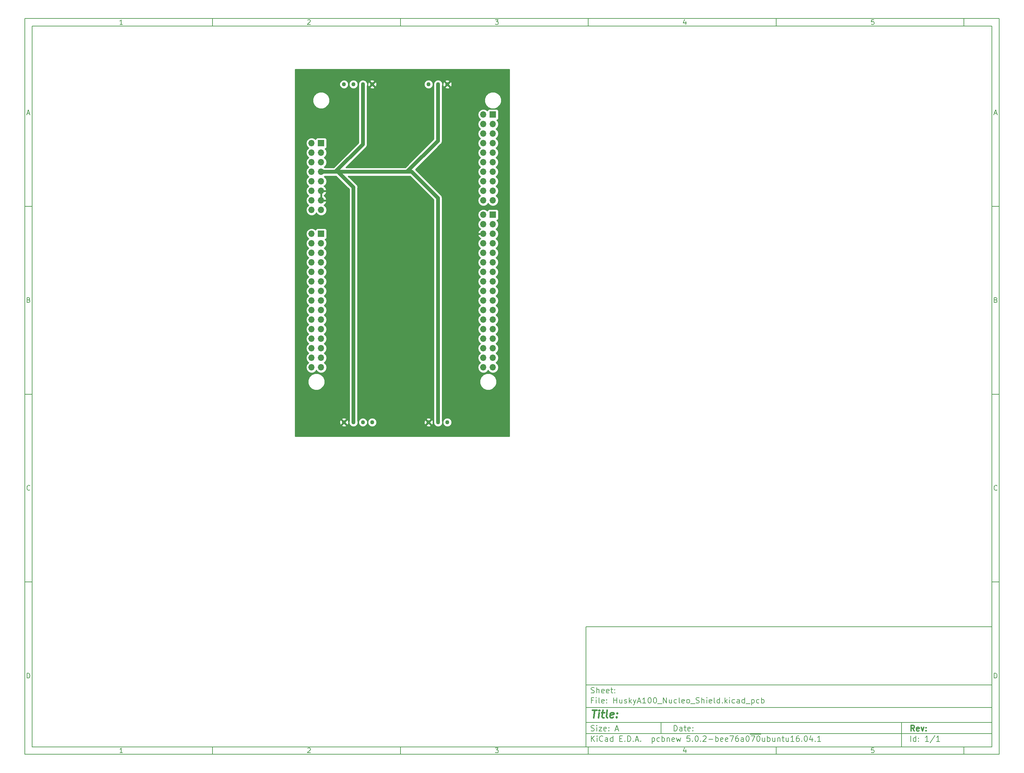
<source format=gbr>
G04 #@! TF.GenerationSoftware,KiCad,Pcbnew,5.0.2-bee76a0~70~ubuntu16.04.1*
G04 #@! TF.CreationDate,2019-01-25T11:05:23-05:00*
G04 #@! TF.ProjectId,HuskyA100_Nucleo_Shield,4875736b-7941-4313-9030-5f4e75636c65,rev?*
G04 #@! TF.SameCoordinates,Original*
G04 #@! TF.FileFunction,Copper,L2,Bot*
G04 #@! TF.FilePolarity,Positive*
%FSLAX46Y46*%
G04 Gerber Fmt 4.6, Leading zero omitted, Abs format (unit mm)*
G04 Created by KiCad (PCBNEW 5.0.2-bee76a0~70~ubuntu16.04.1) date Fri 25 Jan 2019 11:05:23 AM EST*
%MOMM*%
%LPD*%
G01*
G04 APERTURE LIST*
%ADD10C,0.100000*%
%ADD11C,0.150000*%
%ADD12C,0.300000*%
%ADD13C,0.400000*%
G04 #@! TA.AperFunction,ComponentPad*
%ADD14R,1.700000X1.700000*%
G04 #@! TD*
G04 #@! TA.AperFunction,ComponentPad*
%ADD15O,1.700000X1.700000*%
G04 #@! TD*
G04 #@! TA.AperFunction,ComponentPad*
%ADD16C,1.100000*%
G04 #@! TD*
G04 #@! TA.AperFunction,ViaPad*
%ADD17C,0.800000*%
G04 #@! TD*
G04 #@! TA.AperFunction,Conductor*
%ADD18C,1.000000*%
G04 #@! TD*
G04 #@! TA.AperFunction,Conductor*
%ADD19C,0.254000*%
G04 #@! TD*
G04 APERTURE END LIST*
D10*
D11*
X159400000Y-171900000D02*
X159400000Y-203900000D01*
X267400000Y-203900000D01*
X267400000Y-171900000D01*
X159400000Y-171900000D01*
D10*
D11*
X10000000Y-10000000D02*
X10000000Y-205900000D01*
X269400000Y-205900000D01*
X269400000Y-10000000D01*
X10000000Y-10000000D01*
D10*
D11*
X12000000Y-12000000D02*
X12000000Y-203900000D01*
X267400000Y-203900000D01*
X267400000Y-12000000D01*
X12000000Y-12000000D01*
D10*
D11*
X60000000Y-12000000D02*
X60000000Y-10000000D01*
D10*
D11*
X110000000Y-12000000D02*
X110000000Y-10000000D01*
D10*
D11*
X160000000Y-12000000D02*
X160000000Y-10000000D01*
D10*
D11*
X210000000Y-12000000D02*
X210000000Y-10000000D01*
D10*
D11*
X260000000Y-12000000D02*
X260000000Y-10000000D01*
D10*
D11*
X36065476Y-11588095D02*
X35322619Y-11588095D01*
X35694047Y-11588095D02*
X35694047Y-10288095D01*
X35570238Y-10473809D01*
X35446428Y-10597619D01*
X35322619Y-10659523D01*
D10*
D11*
X85322619Y-10411904D02*
X85384523Y-10350000D01*
X85508333Y-10288095D01*
X85817857Y-10288095D01*
X85941666Y-10350000D01*
X86003571Y-10411904D01*
X86065476Y-10535714D01*
X86065476Y-10659523D01*
X86003571Y-10845238D01*
X85260714Y-11588095D01*
X86065476Y-11588095D01*
D10*
D11*
X135260714Y-10288095D02*
X136065476Y-10288095D01*
X135632142Y-10783333D01*
X135817857Y-10783333D01*
X135941666Y-10845238D01*
X136003571Y-10907142D01*
X136065476Y-11030952D01*
X136065476Y-11340476D01*
X136003571Y-11464285D01*
X135941666Y-11526190D01*
X135817857Y-11588095D01*
X135446428Y-11588095D01*
X135322619Y-11526190D01*
X135260714Y-11464285D01*
D10*
D11*
X185941666Y-10721428D02*
X185941666Y-11588095D01*
X185632142Y-10226190D02*
X185322619Y-11154761D01*
X186127380Y-11154761D01*
D10*
D11*
X236003571Y-10288095D02*
X235384523Y-10288095D01*
X235322619Y-10907142D01*
X235384523Y-10845238D01*
X235508333Y-10783333D01*
X235817857Y-10783333D01*
X235941666Y-10845238D01*
X236003571Y-10907142D01*
X236065476Y-11030952D01*
X236065476Y-11340476D01*
X236003571Y-11464285D01*
X235941666Y-11526190D01*
X235817857Y-11588095D01*
X235508333Y-11588095D01*
X235384523Y-11526190D01*
X235322619Y-11464285D01*
D10*
D11*
X60000000Y-203900000D02*
X60000000Y-205900000D01*
D10*
D11*
X110000000Y-203900000D02*
X110000000Y-205900000D01*
D10*
D11*
X160000000Y-203900000D02*
X160000000Y-205900000D01*
D10*
D11*
X210000000Y-203900000D02*
X210000000Y-205900000D01*
D10*
D11*
X260000000Y-203900000D02*
X260000000Y-205900000D01*
D10*
D11*
X36065476Y-205488095D02*
X35322619Y-205488095D01*
X35694047Y-205488095D02*
X35694047Y-204188095D01*
X35570238Y-204373809D01*
X35446428Y-204497619D01*
X35322619Y-204559523D01*
D10*
D11*
X85322619Y-204311904D02*
X85384523Y-204250000D01*
X85508333Y-204188095D01*
X85817857Y-204188095D01*
X85941666Y-204250000D01*
X86003571Y-204311904D01*
X86065476Y-204435714D01*
X86065476Y-204559523D01*
X86003571Y-204745238D01*
X85260714Y-205488095D01*
X86065476Y-205488095D01*
D10*
D11*
X135260714Y-204188095D02*
X136065476Y-204188095D01*
X135632142Y-204683333D01*
X135817857Y-204683333D01*
X135941666Y-204745238D01*
X136003571Y-204807142D01*
X136065476Y-204930952D01*
X136065476Y-205240476D01*
X136003571Y-205364285D01*
X135941666Y-205426190D01*
X135817857Y-205488095D01*
X135446428Y-205488095D01*
X135322619Y-205426190D01*
X135260714Y-205364285D01*
D10*
D11*
X185941666Y-204621428D02*
X185941666Y-205488095D01*
X185632142Y-204126190D02*
X185322619Y-205054761D01*
X186127380Y-205054761D01*
D10*
D11*
X236003571Y-204188095D02*
X235384523Y-204188095D01*
X235322619Y-204807142D01*
X235384523Y-204745238D01*
X235508333Y-204683333D01*
X235817857Y-204683333D01*
X235941666Y-204745238D01*
X236003571Y-204807142D01*
X236065476Y-204930952D01*
X236065476Y-205240476D01*
X236003571Y-205364285D01*
X235941666Y-205426190D01*
X235817857Y-205488095D01*
X235508333Y-205488095D01*
X235384523Y-205426190D01*
X235322619Y-205364285D01*
D10*
D11*
X10000000Y-60000000D02*
X12000000Y-60000000D01*
D10*
D11*
X10000000Y-110000000D02*
X12000000Y-110000000D01*
D10*
D11*
X10000000Y-160000000D02*
X12000000Y-160000000D01*
D10*
D11*
X10690476Y-35216666D02*
X11309523Y-35216666D01*
X10566666Y-35588095D02*
X11000000Y-34288095D01*
X11433333Y-35588095D01*
D10*
D11*
X11092857Y-84907142D02*
X11278571Y-84969047D01*
X11340476Y-85030952D01*
X11402380Y-85154761D01*
X11402380Y-85340476D01*
X11340476Y-85464285D01*
X11278571Y-85526190D01*
X11154761Y-85588095D01*
X10659523Y-85588095D01*
X10659523Y-84288095D01*
X11092857Y-84288095D01*
X11216666Y-84350000D01*
X11278571Y-84411904D01*
X11340476Y-84535714D01*
X11340476Y-84659523D01*
X11278571Y-84783333D01*
X11216666Y-84845238D01*
X11092857Y-84907142D01*
X10659523Y-84907142D01*
D10*
D11*
X11402380Y-135464285D02*
X11340476Y-135526190D01*
X11154761Y-135588095D01*
X11030952Y-135588095D01*
X10845238Y-135526190D01*
X10721428Y-135402380D01*
X10659523Y-135278571D01*
X10597619Y-135030952D01*
X10597619Y-134845238D01*
X10659523Y-134597619D01*
X10721428Y-134473809D01*
X10845238Y-134350000D01*
X11030952Y-134288095D01*
X11154761Y-134288095D01*
X11340476Y-134350000D01*
X11402380Y-134411904D01*
D10*
D11*
X10659523Y-185588095D02*
X10659523Y-184288095D01*
X10969047Y-184288095D01*
X11154761Y-184350000D01*
X11278571Y-184473809D01*
X11340476Y-184597619D01*
X11402380Y-184845238D01*
X11402380Y-185030952D01*
X11340476Y-185278571D01*
X11278571Y-185402380D01*
X11154761Y-185526190D01*
X10969047Y-185588095D01*
X10659523Y-185588095D01*
D10*
D11*
X269400000Y-60000000D02*
X267400000Y-60000000D01*
D10*
D11*
X269400000Y-110000000D02*
X267400000Y-110000000D01*
D10*
D11*
X269400000Y-160000000D02*
X267400000Y-160000000D01*
D10*
D11*
X268090476Y-35216666D02*
X268709523Y-35216666D01*
X267966666Y-35588095D02*
X268400000Y-34288095D01*
X268833333Y-35588095D01*
D10*
D11*
X268492857Y-84907142D02*
X268678571Y-84969047D01*
X268740476Y-85030952D01*
X268802380Y-85154761D01*
X268802380Y-85340476D01*
X268740476Y-85464285D01*
X268678571Y-85526190D01*
X268554761Y-85588095D01*
X268059523Y-85588095D01*
X268059523Y-84288095D01*
X268492857Y-84288095D01*
X268616666Y-84350000D01*
X268678571Y-84411904D01*
X268740476Y-84535714D01*
X268740476Y-84659523D01*
X268678571Y-84783333D01*
X268616666Y-84845238D01*
X268492857Y-84907142D01*
X268059523Y-84907142D01*
D10*
D11*
X268802380Y-135464285D02*
X268740476Y-135526190D01*
X268554761Y-135588095D01*
X268430952Y-135588095D01*
X268245238Y-135526190D01*
X268121428Y-135402380D01*
X268059523Y-135278571D01*
X267997619Y-135030952D01*
X267997619Y-134845238D01*
X268059523Y-134597619D01*
X268121428Y-134473809D01*
X268245238Y-134350000D01*
X268430952Y-134288095D01*
X268554761Y-134288095D01*
X268740476Y-134350000D01*
X268802380Y-134411904D01*
D10*
D11*
X268059523Y-185588095D02*
X268059523Y-184288095D01*
X268369047Y-184288095D01*
X268554761Y-184350000D01*
X268678571Y-184473809D01*
X268740476Y-184597619D01*
X268802380Y-184845238D01*
X268802380Y-185030952D01*
X268740476Y-185278571D01*
X268678571Y-185402380D01*
X268554761Y-185526190D01*
X268369047Y-185588095D01*
X268059523Y-185588095D01*
D10*
D11*
X182832142Y-199678571D02*
X182832142Y-198178571D01*
X183189285Y-198178571D01*
X183403571Y-198250000D01*
X183546428Y-198392857D01*
X183617857Y-198535714D01*
X183689285Y-198821428D01*
X183689285Y-199035714D01*
X183617857Y-199321428D01*
X183546428Y-199464285D01*
X183403571Y-199607142D01*
X183189285Y-199678571D01*
X182832142Y-199678571D01*
X184975000Y-199678571D02*
X184975000Y-198892857D01*
X184903571Y-198750000D01*
X184760714Y-198678571D01*
X184475000Y-198678571D01*
X184332142Y-198750000D01*
X184975000Y-199607142D02*
X184832142Y-199678571D01*
X184475000Y-199678571D01*
X184332142Y-199607142D01*
X184260714Y-199464285D01*
X184260714Y-199321428D01*
X184332142Y-199178571D01*
X184475000Y-199107142D01*
X184832142Y-199107142D01*
X184975000Y-199035714D01*
X185475000Y-198678571D02*
X186046428Y-198678571D01*
X185689285Y-198178571D02*
X185689285Y-199464285D01*
X185760714Y-199607142D01*
X185903571Y-199678571D01*
X186046428Y-199678571D01*
X187117857Y-199607142D02*
X186975000Y-199678571D01*
X186689285Y-199678571D01*
X186546428Y-199607142D01*
X186475000Y-199464285D01*
X186475000Y-198892857D01*
X186546428Y-198750000D01*
X186689285Y-198678571D01*
X186975000Y-198678571D01*
X187117857Y-198750000D01*
X187189285Y-198892857D01*
X187189285Y-199035714D01*
X186475000Y-199178571D01*
X187832142Y-199535714D02*
X187903571Y-199607142D01*
X187832142Y-199678571D01*
X187760714Y-199607142D01*
X187832142Y-199535714D01*
X187832142Y-199678571D01*
X187832142Y-198750000D02*
X187903571Y-198821428D01*
X187832142Y-198892857D01*
X187760714Y-198821428D01*
X187832142Y-198750000D01*
X187832142Y-198892857D01*
D10*
D11*
X159400000Y-200400000D02*
X267400000Y-200400000D01*
D10*
D11*
X160832142Y-202478571D02*
X160832142Y-200978571D01*
X161689285Y-202478571D02*
X161046428Y-201621428D01*
X161689285Y-200978571D02*
X160832142Y-201835714D01*
X162332142Y-202478571D02*
X162332142Y-201478571D01*
X162332142Y-200978571D02*
X162260714Y-201050000D01*
X162332142Y-201121428D01*
X162403571Y-201050000D01*
X162332142Y-200978571D01*
X162332142Y-201121428D01*
X163903571Y-202335714D02*
X163832142Y-202407142D01*
X163617857Y-202478571D01*
X163475000Y-202478571D01*
X163260714Y-202407142D01*
X163117857Y-202264285D01*
X163046428Y-202121428D01*
X162975000Y-201835714D01*
X162975000Y-201621428D01*
X163046428Y-201335714D01*
X163117857Y-201192857D01*
X163260714Y-201050000D01*
X163475000Y-200978571D01*
X163617857Y-200978571D01*
X163832142Y-201050000D01*
X163903571Y-201121428D01*
X165189285Y-202478571D02*
X165189285Y-201692857D01*
X165117857Y-201550000D01*
X164975000Y-201478571D01*
X164689285Y-201478571D01*
X164546428Y-201550000D01*
X165189285Y-202407142D02*
X165046428Y-202478571D01*
X164689285Y-202478571D01*
X164546428Y-202407142D01*
X164475000Y-202264285D01*
X164475000Y-202121428D01*
X164546428Y-201978571D01*
X164689285Y-201907142D01*
X165046428Y-201907142D01*
X165189285Y-201835714D01*
X166546428Y-202478571D02*
X166546428Y-200978571D01*
X166546428Y-202407142D02*
X166403571Y-202478571D01*
X166117857Y-202478571D01*
X165975000Y-202407142D01*
X165903571Y-202335714D01*
X165832142Y-202192857D01*
X165832142Y-201764285D01*
X165903571Y-201621428D01*
X165975000Y-201550000D01*
X166117857Y-201478571D01*
X166403571Y-201478571D01*
X166546428Y-201550000D01*
X168403571Y-201692857D02*
X168903571Y-201692857D01*
X169117857Y-202478571D02*
X168403571Y-202478571D01*
X168403571Y-200978571D01*
X169117857Y-200978571D01*
X169760714Y-202335714D02*
X169832142Y-202407142D01*
X169760714Y-202478571D01*
X169689285Y-202407142D01*
X169760714Y-202335714D01*
X169760714Y-202478571D01*
X170475000Y-202478571D02*
X170475000Y-200978571D01*
X170832142Y-200978571D01*
X171046428Y-201050000D01*
X171189285Y-201192857D01*
X171260714Y-201335714D01*
X171332142Y-201621428D01*
X171332142Y-201835714D01*
X171260714Y-202121428D01*
X171189285Y-202264285D01*
X171046428Y-202407142D01*
X170832142Y-202478571D01*
X170475000Y-202478571D01*
X171975000Y-202335714D02*
X172046428Y-202407142D01*
X171975000Y-202478571D01*
X171903571Y-202407142D01*
X171975000Y-202335714D01*
X171975000Y-202478571D01*
X172617857Y-202050000D02*
X173332142Y-202050000D01*
X172475000Y-202478571D02*
X172975000Y-200978571D01*
X173475000Y-202478571D01*
X173975000Y-202335714D02*
X174046428Y-202407142D01*
X173975000Y-202478571D01*
X173903571Y-202407142D01*
X173975000Y-202335714D01*
X173975000Y-202478571D01*
X176975000Y-201478571D02*
X176975000Y-202978571D01*
X176975000Y-201550000D02*
X177117857Y-201478571D01*
X177403571Y-201478571D01*
X177546428Y-201550000D01*
X177617857Y-201621428D01*
X177689285Y-201764285D01*
X177689285Y-202192857D01*
X177617857Y-202335714D01*
X177546428Y-202407142D01*
X177403571Y-202478571D01*
X177117857Y-202478571D01*
X176975000Y-202407142D01*
X178975000Y-202407142D02*
X178832142Y-202478571D01*
X178546428Y-202478571D01*
X178403571Y-202407142D01*
X178332142Y-202335714D01*
X178260714Y-202192857D01*
X178260714Y-201764285D01*
X178332142Y-201621428D01*
X178403571Y-201550000D01*
X178546428Y-201478571D01*
X178832142Y-201478571D01*
X178975000Y-201550000D01*
X179617857Y-202478571D02*
X179617857Y-200978571D01*
X179617857Y-201550000D02*
X179760714Y-201478571D01*
X180046428Y-201478571D01*
X180189285Y-201550000D01*
X180260714Y-201621428D01*
X180332142Y-201764285D01*
X180332142Y-202192857D01*
X180260714Y-202335714D01*
X180189285Y-202407142D01*
X180046428Y-202478571D01*
X179760714Y-202478571D01*
X179617857Y-202407142D01*
X180975000Y-201478571D02*
X180975000Y-202478571D01*
X180975000Y-201621428D02*
X181046428Y-201550000D01*
X181189285Y-201478571D01*
X181403571Y-201478571D01*
X181546428Y-201550000D01*
X181617857Y-201692857D01*
X181617857Y-202478571D01*
X182903571Y-202407142D02*
X182760714Y-202478571D01*
X182475000Y-202478571D01*
X182332142Y-202407142D01*
X182260714Y-202264285D01*
X182260714Y-201692857D01*
X182332142Y-201550000D01*
X182475000Y-201478571D01*
X182760714Y-201478571D01*
X182903571Y-201550000D01*
X182975000Y-201692857D01*
X182975000Y-201835714D01*
X182260714Y-201978571D01*
X183475000Y-201478571D02*
X183760714Y-202478571D01*
X184046428Y-201764285D01*
X184332142Y-202478571D01*
X184617857Y-201478571D01*
X187046428Y-200978571D02*
X186332142Y-200978571D01*
X186260714Y-201692857D01*
X186332142Y-201621428D01*
X186475000Y-201550000D01*
X186832142Y-201550000D01*
X186975000Y-201621428D01*
X187046428Y-201692857D01*
X187117857Y-201835714D01*
X187117857Y-202192857D01*
X187046428Y-202335714D01*
X186975000Y-202407142D01*
X186832142Y-202478571D01*
X186475000Y-202478571D01*
X186332142Y-202407142D01*
X186260714Y-202335714D01*
X187760714Y-202335714D02*
X187832142Y-202407142D01*
X187760714Y-202478571D01*
X187689285Y-202407142D01*
X187760714Y-202335714D01*
X187760714Y-202478571D01*
X188760714Y-200978571D02*
X188903571Y-200978571D01*
X189046428Y-201050000D01*
X189117857Y-201121428D01*
X189189285Y-201264285D01*
X189260714Y-201550000D01*
X189260714Y-201907142D01*
X189189285Y-202192857D01*
X189117857Y-202335714D01*
X189046428Y-202407142D01*
X188903571Y-202478571D01*
X188760714Y-202478571D01*
X188617857Y-202407142D01*
X188546428Y-202335714D01*
X188475000Y-202192857D01*
X188403571Y-201907142D01*
X188403571Y-201550000D01*
X188475000Y-201264285D01*
X188546428Y-201121428D01*
X188617857Y-201050000D01*
X188760714Y-200978571D01*
X189903571Y-202335714D02*
X189975000Y-202407142D01*
X189903571Y-202478571D01*
X189832142Y-202407142D01*
X189903571Y-202335714D01*
X189903571Y-202478571D01*
X190546428Y-201121428D02*
X190617857Y-201050000D01*
X190760714Y-200978571D01*
X191117857Y-200978571D01*
X191260714Y-201050000D01*
X191332142Y-201121428D01*
X191403571Y-201264285D01*
X191403571Y-201407142D01*
X191332142Y-201621428D01*
X190475000Y-202478571D01*
X191403571Y-202478571D01*
X192046428Y-201907142D02*
X193189285Y-201907142D01*
X193903571Y-202478571D02*
X193903571Y-200978571D01*
X193903571Y-201550000D02*
X194046428Y-201478571D01*
X194332142Y-201478571D01*
X194475000Y-201550000D01*
X194546428Y-201621428D01*
X194617857Y-201764285D01*
X194617857Y-202192857D01*
X194546428Y-202335714D01*
X194475000Y-202407142D01*
X194332142Y-202478571D01*
X194046428Y-202478571D01*
X193903571Y-202407142D01*
X195832142Y-202407142D02*
X195689285Y-202478571D01*
X195403571Y-202478571D01*
X195260714Y-202407142D01*
X195189285Y-202264285D01*
X195189285Y-201692857D01*
X195260714Y-201550000D01*
X195403571Y-201478571D01*
X195689285Y-201478571D01*
X195832142Y-201550000D01*
X195903571Y-201692857D01*
X195903571Y-201835714D01*
X195189285Y-201978571D01*
X197117857Y-202407142D02*
X196975000Y-202478571D01*
X196689285Y-202478571D01*
X196546428Y-202407142D01*
X196475000Y-202264285D01*
X196475000Y-201692857D01*
X196546428Y-201550000D01*
X196689285Y-201478571D01*
X196975000Y-201478571D01*
X197117857Y-201550000D01*
X197189285Y-201692857D01*
X197189285Y-201835714D01*
X196475000Y-201978571D01*
X197689285Y-200978571D02*
X198689285Y-200978571D01*
X198046428Y-202478571D01*
X199903571Y-200978571D02*
X199617857Y-200978571D01*
X199475000Y-201050000D01*
X199403571Y-201121428D01*
X199260714Y-201335714D01*
X199189285Y-201621428D01*
X199189285Y-202192857D01*
X199260714Y-202335714D01*
X199332142Y-202407142D01*
X199475000Y-202478571D01*
X199760714Y-202478571D01*
X199903571Y-202407142D01*
X199975000Y-202335714D01*
X200046428Y-202192857D01*
X200046428Y-201835714D01*
X199975000Y-201692857D01*
X199903571Y-201621428D01*
X199760714Y-201550000D01*
X199475000Y-201550000D01*
X199332142Y-201621428D01*
X199260714Y-201692857D01*
X199189285Y-201835714D01*
X201332142Y-202478571D02*
X201332142Y-201692857D01*
X201260714Y-201550000D01*
X201117857Y-201478571D01*
X200832142Y-201478571D01*
X200689285Y-201550000D01*
X201332142Y-202407142D02*
X201189285Y-202478571D01*
X200832142Y-202478571D01*
X200689285Y-202407142D01*
X200617857Y-202264285D01*
X200617857Y-202121428D01*
X200689285Y-201978571D01*
X200832142Y-201907142D01*
X201189285Y-201907142D01*
X201332142Y-201835714D01*
X202332142Y-200978571D02*
X202475000Y-200978571D01*
X202617857Y-201050000D01*
X202689285Y-201121428D01*
X202760714Y-201264285D01*
X202832142Y-201550000D01*
X202832142Y-201907142D01*
X202760714Y-202192857D01*
X202689285Y-202335714D01*
X202617857Y-202407142D01*
X202475000Y-202478571D01*
X202332142Y-202478571D01*
X202189285Y-202407142D01*
X202117857Y-202335714D01*
X202046428Y-202192857D01*
X201975000Y-201907142D01*
X201975000Y-201550000D01*
X202046428Y-201264285D01*
X202117857Y-201121428D01*
X202189285Y-201050000D01*
X202332142Y-200978571D01*
X203117857Y-200570000D02*
X204546428Y-200570000D01*
X203332142Y-200978571D02*
X204332142Y-200978571D01*
X203689285Y-202478571D01*
X204546428Y-200570000D02*
X205975000Y-200570000D01*
X205189285Y-200978571D02*
X205332142Y-200978571D01*
X205475000Y-201050000D01*
X205546428Y-201121428D01*
X205617857Y-201264285D01*
X205689285Y-201550000D01*
X205689285Y-201907142D01*
X205617857Y-202192857D01*
X205546428Y-202335714D01*
X205475000Y-202407142D01*
X205332142Y-202478571D01*
X205189285Y-202478571D01*
X205046428Y-202407142D01*
X204975000Y-202335714D01*
X204903571Y-202192857D01*
X204832142Y-201907142D01*
X204832142Y-201550000D01*
X204903571Y-201264285D01*
X204975000Y-201121428D01*
X205046428Y-201050000D01*
X205189285Y-200978571D01*
X206975000Y-201478571D02*
X206975000Y-202478571D01*
X206332142Y-201478571D02*
X206332142Y-202264285D01*
X206403571Y-202407142D01*
X206546428Y-202478571D01*
X206760714Y-202478571D01*
X206903571Y-202407142D01*
X206975000Y-202335714D01*
X207689285Y-202478571D02*
X207689285Y-200978571D01*
X207689285Y-201550000D02*
X207832142Y-201478571D01*
X208117857Y-201478571D01*
X208260714Y-201550000D01*
X208332142Y-201621428D01*
X208403571Y-201764285D01*
X208403571Y-202192857D01*
X208332142Y-202335714D01*
X208260714Y-202407142D01*
X208117857Y-202478571D01*
X207832142Y-202478571D01*
X207689285Y-202407142D01*
X209689285Y-201478571D02*
X209689285Y-202478571D01*
X209046428Y-201478571D02*
X209046428Y-202264285D01*
X209117857Y-202407142D01*
X209260714Y-202478571D01*
X209475000Y-202478571D01*
X209617857Y-202407142D01*
X209689285Y-202335714D01*
X210403571Y-201478571D02*
X210403571Y-202478571D01*
X210403571Y-201621428D02*
X210475000Y-201550000D01*
X210617857Y-201478571D01*
X210832142Y-201478571D01*
X210975000Y-201550000D01*
X211046428Y-201692857D01*
X211046428Y-202478571D01*
X211546428Y-201478571D02*
X212117857Y-201478571D01*
X211760714Y-200978571D02*
X211760714Y-202264285D01*
X211832142Y-202407142D01*
X211975000Y-202478571D01*
X212117857Y-202478571D01*
X213260714Y-201478571D02*
X213260714Y-202478571D01*
X212617857Y-201478571D02*
X212617857Y-202264285D01*
X212689285Y-202407142D01*
X212832142Y-202478571D01*
X213046428Y-202478571D01*
X213189285Y-202407142D01*
X213260714Y-202335714D01*
X214760714Y-202478571D02*
X213903571Y-202478571D01*
X214332142Y-202478571D02*
X214332142Y-200978571D01*
X214189285Y-201192857D01*
X214046428Y-201335714D01*
X213903571Y-201407142D01*
X216046428Y-200978571D02*
X215760714Y-200978571D01*
X215617857Y-201050000D01*
X215546428Y-201121428D01*
X215403571Y-201335714D01*
X215332142Y-201621428D01*
X215332142Y-202192857D01*
X215403571Y-202335714D01*
X215475000Y-202407142D01*
X215617857Y-202478571D01*
X215903571Y-202478571D01*
X216046428Y-202407142D01*
X216117857Y-202335714D01*
X216189285Y-202192857D01*
X216189285Y-201835714D01*
X216117857Y-201692857D01*
X216046428Y-201621428D01*
X215903571Y-201550000D01*
X215617857Y-201550000D01*
X215475000Y-201621428D01*
X215403571Y-201692857D01*
X215332142Y-201835714D01*
X216832142Y-202335714D02*
X216903571Y-202407142D01*
X216832142Y-202478571D01*
X216760714Y-202407142D01*
X216832142Y-202335714D01*
X216832142Y-202478571D01*
X217832142Y-200978571D02*
X217975000Y-200978571D01*
X218117857Y-201050000D01*
X218189285Y-201121428D01*
X218260714Y-201264285D01*
X218332142Y-201550000D01*
X218332142Y-201907142D01*
X218260714Y-202192857D01*
X218189285Y-202335714D01*
X218117857Y-202407142D01*
X217975000Y-202478571D01*
X217832142Y-202478571D01*
X217689285Y-202407142D01*
X217617857Y-202335714D01*
X217546428Y-202192857D01*
X217475000Y-201907142D01*
X217475000Y-201550000D01*
X217546428Y-201264285D01*
X217617857Y-201121428D01*
X217689285Y-201050000D01*
X217832142Y-200978571D01*
X219617857Y-201478571D02*
X219617857Y-202478571D01*
X219260714Y-200907142D02*
X218903571Y-201978571D01*
X219832142Y-201978571D01*
X220403571Y-202335714D02*
X220474999Y-202407142D01*
X220403571Y-202478571D01*
X220332142Y-202407142D01*
X220403571Y-202335714D01*
X220403571Y-202478571D01*
X221903571Y-202478571D02*
X221046428Y-202478571D01*
X221475000Y-202478571D02*
X221475000Y-200978571D01*
X221332142Y-201192857D01*
X221189285Y-201335714D01*
X221046428Y-201407142D01*
D10*
D11*
X159400000Y-197400000D02*
X267400000Y-197400000D01*
D10*
D12*
X246809285Y-199678571D02*
X246309285Y-198964285D01*
X245952142Y-199678571D02*
X245952142Y-198178571D01*
X246523571Y-198178571D01*
X246666428Y-198250000D01*
X246737857Y-198321428D01*
X246809285Y-198464285D01*
X246809285Y-198678571D01*
X246737857Y-198821428D01*
X246666428Y-198892857D01*
X246523571Y-198964285D01*
X245952142Y-198964285D01*
X248023571Y-199607142D02*
X247880714Y-199678571D01*
X247595000Y-199678571D01*
X247452142Y-199607142D01*
X247380714Y-199464285D01*
X247380714Y-198892857D01*
X247452142Y-198750000D01*
X247595000Y-198678571D01*
X247880714Y-198678571D01*
X248023571Y-198750000D01*
X248095000Y-198892857D01*
X248095000Y-199035714D01*
X247380714Y-199178571D01*
X248595000Y-198678571D02*
X248952142Y-199678571D01*
X249309285Y-198678571D01*
X249880714Y-199535714D02*
X249952142Y-199607142D01*
X249880714Y-199678571D01*
X249809285Y-199607142D01*
X249880714Y-199535714D01*
X249880714Y-199678571D01*
X249880714Y-198750000D02*
X249952142Y-198821428D01*
X249880714Y-198892857D01*
X249809285Y-198821428D01*
X249880714Y-198750000D01*
X249880714Y-198892857D01*
D10*
D11*
X160760714Y-199607142D02*
X160975000Y-199678571D01*
X161332142Y-199678571D01*
X161475000Y-199607142D01*
X161546428Y-199535714D01*
X161617857Y-199392857D01*
X161617857Y-199250000D01*
X161546428Y-199107142D01*
X161475000Y-199035714D01*
X161332142Y-198964285D01*
X161046428Y-198892857D01*
X160903571Y-198821428D01*
X160832142Y-198750000D01*
X160760714Y-198607142D01*
X160760714Y-198464285D01*
X160832142Y-198321428D01*
X160903571Y-198250000D01*
X161046428Y-198178571D01*
X161403571Y-198178571D01*
X161617857Y-198250000D01*
X162260714Y-199678571D02*
X162260714Y-198678571D01*
X162260714Y-198178571D02*
X162189285Y-198250000D01*
X162260714Y-198321428D01*
X162332142Y-198250000D01*
X162260714Y-198178571D01*
X162260714Y-198321428D01*
X162832142Y-198678571D02*
X163617857Y-198678571D01*
X162832142Y-199678571D01*
X163617857Y-199678571D01*
X164760714Y-199607142D02*
X164617857Y-199678571D01*
X164332142Y-199678571D01*
X164189285Y-199607142D01*
X164117857Y-199464285D01*
X164117857Y-198892857D01*
X164189285Y-198750000D01*
X164332142Y-198678571D01*
X164617857Y-198678571D01*
X164760714Y-198750000D01*
X164832142Y-198892857D01*
X164832142Y-199035714D01*
X164117857Y-199178571D01*
X165475000Y-199535714D02*
X165546428Y-199607142D01*
X165475000Y-199678571D01*
X165403571Y-199607142D01*
X165475000Y-199535714D01*
X165475000Y-199678571D01*
X165475000Y-198750000D02*
X165546428Y-198821428D01*
X165475000Y-198892857D01*
X165403571Y-198821428D01*
X165475000Y-198750000D01*
X165475000Y-198892857D01*
X167260714Y-199250000D02*
X167975000Y-199250000D01*
X167117857Y-199678571D02*
X167617857Y-198178571D01*
X168117857Y-199678571D01*
D10*
D11*
X245832142Y-202478571D02*
X245832142Y-200978571D01*
X247189285Y-202478571D02*
X247189285Y-200978571D01*
X247189285Y-202407142D02*
X247046428Y-202478571D01*
X246760714Y-202478571D01*
X246617857Y-202407142D01*
X246546428Y-202335714D01*
X246475000Y-202192857D01*
X246475000Y-201764285D01*
X246546428Y-201621428D01*
X246617857Y-201550000D01*
X246760714Y-201478571D01*
X247046428Y-201478571D01*
X247189285Y-201550000D01*
X247903571Y-202335714D02*
X247975000Y-202407142D01*
X247903571Y-202478571D01*
X247832142Y-202407142D01*
X247903571Y-202335714D01*
X247903571Y-202478571D01*
X247903571Y-201550000D02*
X247975000Y-201621428D01*
X247903571Y-201692857D01*
X247832142Y-201621428D01*
X247903571Y-201550000D01*
X247903571Y-201692857D01*
X250546428Y-202478571D02*
X249689285Y-202478571D01*
X250117857Y-202478571D02*
X250117857Y-200978571D01*
X249975000Y-201192857D01*
X249832142Y-201335714D01*
X249689285Y-201407142D01*
X252260714Y-200907142D02*
X250975000Y-202835714D01*
X253546428Y-202478571D02*
X252689285Y-202478571D01*
X253117857Y-202478571D02*
X253117857Y-200978571D01*
X252975000Y-201192857D01*
X252832142Y-201335714D01*
X252689285Y-201407142D01*
D10*
D11*
X159400000Y-193400000D02*
X267400000Y-193400000D01*
D10*
D13*
X161112380Y-194104761D02*
X162255238Y-194104761D01*
X161433809Y-196104761D02*
X161683809Y-194104761D01*
X162671904Y-196104761D02*
X162838571Y-194771428D01*
X162921904Y-194104761D02*
X162814761Y-194200000D01*
X162898095Y-194295238D01*
X163005238Y-194200000D01*
X162921904Y-194104761D01*
X162898095Y-194295238D01*
X163505238Y-194771428D02*
X164267142Y-194771428D01*
X163874285Y-194104761D02*
X163660000Y-195819047D01*
X163731428Y-196009523D01*
X163910000Y-196104761D01*
X164100476Y-196104761D01*
X165052857Y-196104761D02*
X164874285Y-196009523D01*
X164802857Y-195819047D01*
X165017142Y-194104761D01*
X166588571Y-196009523D02*
X166386190Y-196104761D01*
X166005238Y-196104761D01*
X165826666Y-196009523D01*
X165755238Y-195819047D01*
X165850476Y-195057142D01*
X165969523Y-194866666D01*
X166171904Y-194771428D01*
X166552857Y-194771428D01*
X166731428Y-194866666D01*
X166802857Y-195057142D01*
X166779047Y-195247619D01*
X165802857Y-195438095D01*
X167552857Y-195914285D02*
X167636190Y-196009523D01*
X167529047Y-196104761D01*
X167445714Y-196009523D01*
X167552857Y-195914285D01*
X167529047Y-196104761D01*
X167683809Y-194866666D02*
X167767142Y-194961904D01*
X167660000Y-195057142D01*
X167576666Y-194961904D01*
X167683809Y-194866666D01*
X167660000Y-195057142D01*
D10*
D11*
X161332142Y-191492857D02*
X160832142Y-191492857D01*
X160832142Y-192278571D02*
X160832142Y-190778571D01*
X161546428Y-190778571D01*
X162117857Y-192278571D02*
X162117857Y-191278571D01*
X162117857Y-190778571D02*
X162046428Y-190850000D01*
X162117857Y-190921428D01*
X162189285Y-190850000D01*
X162117857Y-190778571D01*
X162117857Y-190921428D01*
X163046428Y-192278571D02*
X162903571Y-192207142D01*
X162832142Y-192064285D01*
X162832142Y-190778571D01*
X164189285Y-192207142D02*
X164046428Y-192278571D01*
X163760714Y-192278571D01*
X163617857Y-192207142D01*
X163546428Y-192064285D01*
X163546428Y-191492857D01*
X163617857Y-191350000D01*
X163760714Y-191278571D01*
X164046428Y-191278571D01*
X164189285Y-191350000D01*
X164260714Y-191492857D01*
X164260714Y-191635714D01*
X163546428Y-191778571D01*
X164903571Y-192135714D02*
X164975000Y-192207142D01*
X164903571Y-192278571D01*
X164832142Y-192207142D01*
X164903571Y-192135714D01*
X164903571Y-192278571D01*
X164903571Y-191350000D02*
X164975000Y-191421428D01*
X164903571Y-191492857D01*
X164832142Y-191421428D01*
X164903571Y-191350000D01*
X164903571Y-191492857D01*
X166760714Y-192278571D02*
X166760714Y-190778571D01*
X166760714Y-191492857D02*
X167617857Y-191492857D01*
X167617857Y-192278571D02*
X167617857Y-190778571D01*
X168975000Y-191278571D02*
X168975000Y-192278571D01*
X168332142Y-191278571D02*
X168332142Y-192064285D01*
X168403571Y-192207142D01*
X168546428Y-192278571D01*
X168760714Y-192278571D01*
X168903571Y-192207142D01*
X168975000Y-192135714D01*
X169617857Y-192207142D02*
X169760714Y-192278571D01*
X170046428Y-192278571D01*
X170189285Y-192207142D01*
X170260714Y-192064285D01*
X170260714Y-191992857D01*
X170189285Y-191850000D01*
X170046428Y-191778571D01*
X169832142Y-191778571D01*
X169689285Y-191707142D01*
X169617857Y-191564285D01*
X169617857Y-191492857D01*
X169689285Y-191350000D01*
X169832142Y-191278571D01*
X170046428Y-191278571D01*
X170189285Y-191350000D01*
X170903571Y-192278571D02*
X170903571Y-190778571D01*
X171046428Y-191707142D02*
X171475000Y-192278571D01*
X171475000Y-191278571D02*
X170903571Y-191850000D01*
X171975000Y-191278571D02*
X172332142Y-192278571D01*
X172689285Y-191278571D02*
X172332142Y-192278571D01*
X172189285Y-192635714D01*
X172117857Y-192707142D01*
X171975000Y-192778571D01*
X173189285Y-191850000D02*
X173903571Y-191850000D01*
X173046428Y-192278571D02*
X173546428Y-190778571D01*
X174046428Y-192278571D01*
X175332142Y-192278571D02*
X174475000Y-192278571D01*
X174903571Y-192278571D02*
X174903571Y-190778571D01*
X174760714Y-190992857D01*
X174617857Y-191135714D01*
X174475000Y-191207142D01*
X176260714Y-190778571D02*
X176403571Y-190778571D01*
X176546428Y-190850000D01*
X176617857Y-190921428D01*
X176689285Y-191064285D01*
X176760714Y-191350000D01*
X176760714Y-191707142D01*
X176689285Y-191992857D01*
X176617857Y-192135714D01*
X176546428Y-192207142D01*
X176403571Y-192278571D01*
X176260714Y-192278571D01*
X176117857Y-192207142D01*
X176046428Y-192135714D01*
X175975000Y-191992857D01*
X175903571Y-191707142D01*
X175903571Y-191350000D01*
X175975000Y-191064285D01*
X176046428Y-190921428D01*
X176117857Y-190850000D01*
X176260714Y-190778571D01*
X177689285Y-190778571D02*
X177832142Y-190778571D01*
X177975000Y-190850000D01*
X178046428Y-190921428D01*
X178117857Y-191064285D01*
X178189285Y-191350000D01*
X178189285Y-191707142D01*
X178117857Y-191992857D01*
X178046428Y-192135714D01*
X177975000Y-192207142D01*
X177832142Y-192278571D01*
X177689285Y-192278571D01*
X177546428Y-192207142D01*
X177475000Y-192135714D01*
X177403571Y-191992857D01*
X177332142Y-191707142D01*
X177332142Y-191350000D01*
X177403571Y-191064285D01*
X177475000Y-190921428D01*
X177546428Y-190850000D01*
X177689285Y-190778571D01*
X178475000Y-192421428D02*
X179617857Y-192421428D01*
X179975000Y-192278571D02*
X179975000Y-190778571D01*
X180832142Y-192278571D01*
X180832142Y-190778571D01*
X182189285Y-191278571D02*
X182189285Y-192278571D01*
X181546428Y-191278571D02*
X181546428Y-192064285D01*
X181617857Y-192207142D01*
X181760714Y-192278571D01*
X181975000Y-192278571D01*
X182117857Y-192207142D01*
X182189285Y-192135714D01*
X183546428Y-192207142D02*
X183403571Y-192278571D01*
X183117857Y-192278571D01*
X182975000Y-192207142D01*
X182903571Y-192135714D01*
X182832142Y-191992857D01*
X182832142Y-191564285D01*
X182903571Y-191421428D01*
X182975000Y-191350000D01*
X183117857Y-191278571D01*
X183403571Y-191278571D01*
X183546428Y-191350000D01*
X184403571Y-192278571D02*
X184260714Y-192207142D01*
X184189285Y-192064285D01*
X184189285Y-190778571D01*
X185546428Y-192207142D02*
X185403571Y-192278571D01*
X185117857Y-192278571D01*
X184975000Y-192207142D01*
X184903571Y-192064285D01*
X184903571Y-191492857D01*
X184975000Y-191350000D01*
X185117857Y-191278571D01*
X185403571Y-191278571D01*
X185546428Y-191350000D01*
X185617857Y-191492857D01*
X185617857Y-191635714D01*
X184903571Y-191778571D01*
X186475000Y-192278571D02*
X186332142Y-192207142D01*
X186260714Y-192135714D01*
X186189285Y-191992857D01*
X186189285Y-191564285D01*
X186260714Y-191421428D01*
X186332142Y-191350000D01*
X186475000Y-191278571D01*
X186689285Y-191278571D01*
X186832142Y-191350000D01*
X186903571Y-191421428D01*
X186975000Y-191564285D01*
X186975000Y-191992857D01*
X186903571Y-192135714D01*
X186832142Y-192207142D01*
X186689285Y-192278571D01*
X186475000Y-192278571D01*
X187260714Y-192421428D02*
X188403571Y-192421428D01*
X188689285Y-192207142D02*
X188903571Y-192278571D01*
X189260714Y-192278571D01*
X189403571Y-192207142D01*
X189475000Y-192135714D01*
X189546428Y-191992857D01*
X189546428Y-191850000D01*
X189475000Y-191707142D01*
X189403571Y-191635714D01*
X189260714Y-191564285D01*
X188975000Y-191492857D01*
X188832142Y-191421428D01*
X188760714Y-191350000D01*
X188689285Y-191207142D01*
X188689285Y-191064285D01*
X188760714Y-190921428D01*
X188832142Y-190850000D01*
X188975000Y-190778571D01*
X189332142Y-190778571D01*
X189546428Y-190850000D01*
X190189285Y-192278571D02*
X190189285Y-190778571D01*
X190832142Y-192278571D02*
X190832142Y-191492857D01*
X190760714Y-191350000D01*
X190617857Y-191278571D01*
X190403571Y-191278571D01*
X190260714Y-191350000D01*
X190189285Y-191421428D01*
X191546428Y-192278571D02*
X191546428Y-191278571D01*
X191546428Y-190778571D02*
X191475000Y-190850000D01*
X191546428Y-190921428D01*
X191617857Y-190850000D01*
X191546428Y-190778571D01*
X191546428Y-190921428D01*
X192832142Y-192207142D02*
X192689285Y-192278571D01*
X192403571Y-192278571D01*
X192260714Y-192207142D01*
X192189285Y-192064285D01*
X192189285Y-191492857D01*
X192260714Y-191350000D01*
X192403571Y-191278571D01*
X192689285Y-191278571D01*
X192832142Y-191350000D01*
X192903571Y-191492857D01*
X192903571Y-191635714D01*
X192189285Y-191778571D01*
X193760714Y-192278571D02*
X193617857Y-192207142D01*
X193546428Y-192064285D01*
X193546428Y-190778571D01*
X194975000Y-192278571D02*
X194975000Y-190778571D01*
X194975000Y-192207142D02*
X194832142Y-192278571D01*
X194546428Y-192278571D01*
X194403571Y-192207142D01*
X194332142Y-192135714D01*
X194260714Y-191992857D01*
X194260714Y-191564285D01*
X194332142Y-191421428D01*
X194403571Y-191350000D01*
X194546428Y-191278571D01*
X194832142Y-191278571D01*
X194975000Y-191350000D01*
X195689285Y-192135714D02*
X195760714Y-192207142D01*
X195689285Y-192278571D01*
X195617857Y-192207142D01*
X195689285Y-192135714D01*
X195689285Y-192278571D01*
X196403571Y-192278571D02*
X196403571Y-190778571D01*
X196546428Y-191707142D02*
X196975000Y-192278571D01*
X196975000Y-191278571D02*
X196403571Y-191850000D01*
X197617857Y-192278571D02*
X197617857Y-191278571D01*
X197617857Y-190778571D02*
X197546428Y-190850000D01*
X197617857Y-190921428D01*
X197689285Y-190850000D01*
X197617857Y-190778571D01*
X197617857Y-190921428D01*
X198975000Y-192207142D02*
X198832142Y-192278571D01*
X198546428Y-192278571D01*
X198403571Y-192207142D01*
X198332142Y-192135714D01*
X198260714Y-191992857D01*
X198260714Y-191564285D01*
X198332142Y-191421428D01*
X198403571Y-191350000D01*
X198546428Y-191278571D01*
X198832142Y-191278571D01*
X198975000Y-191350000D01*
X200260714Y-192278571D02*
X200260714Y-191492857D01*
X200189285Y-191350000D01*
X200046428Y-191278571D01*
X199760714Y-191278571D01*
X199617857Y-191350000D01*
X200260714Y-192207142D02*
X200117857Y-192278571D01*
X199760714Y-192278571D01*
X199617857Y-192207142D01*
X199546428Y-192064285D01*
X199546428Y-191921428D01*
X199617857Y-191778571D01*
X199760714Y-191707142D01*
X200117857Y-191707142D01*
X200260714Y-191635714D01*
X201617857Y-192278571D02*
X201617857Y-190778571D01*
X201617857Y-192207142D02*
X201475000Y-192278571D01*
X201189285Y-192278571D01*
X201046428Y-192207142D01*
X200975000Y-192135714D01*
X200903571Y-191992857D01*
X200903571Y-191564285D01*
X200975000Y-191421428D01*
X201046428Y-191350000D01*
X201189285Y-191278571D01*
X201475000Y-191278571D01*
X201617857Y-191350000D01*
X201975000Y-192421428D02*
X203117857Y-192421428D01*
X203475000Y-191278571D02*
X203475000Y-192778571D01*
X203475000Y-191350000D02*
X203617857Y-191278571D01*
X203903571Y-191278571D01*
X204046428Y-191350000D01*
X204117857Y-191421428D01*
X204189285Y-191564285D01*
X204189285Y-191992857D01*
X204117857Y-192135714D01*
X204046428Y-192207142D01*
X203903571Y-192278571D01*
X203617857Y-192278571D01*
X203475000Y-192207142D01*
X205475000Y-192207142D02*
X205332142Y-192278571D01*
X205046428Y-192278571D01*
X204903571Y-192207142D01*
X204832142Y-192135714D01*
X204760714Y-191992857D01*
X204760714Y-191564285D01*
X204832142Y-191421428D01*
X204903571Y-191350000D01*
X205046428Y-191278571D01*
X205332142Y-191278571D01*
X205475000Y-191350000D01*
X206117857Y-192278571D02*
X206117857Y-190778571D01*
X206117857Y-191350000D02*
X206260714Y-191278571D01*
X206546428Y-191278571D01*
X206689285Y-191350000D01*
X206760714Y-191421428D01*
X206832142Y-191564285D01*
X206832142Y-191992857D01*
X206760714Y-192135714D01*
X206689285Y-192207142D01*
X206546428Y-192278571D01*
X206260714Y-192278571D01*
X206117857Y-192207142D01*
D10*
D11*
X159400000Y-187400000D02*
X267400000Y-187400000D01*
D10*
D11*
X160760714Y-189507142D02*
X160975000Y-189578571D01*
X161332142Y-189578571D01*
X161475000Y-189507142D01*
X161546428Y-189435714D01*
X161617857Y-189292857D01*
X161617857Y-189150000D01*
X161546428Y-189007142D01*
X161475000Y-188935714D01*
X161332142Y-188864285D01*
X161046428Y-188792857D01*
X160903571Y-188721428D01*
X160832142Y-188650000D01*
X160760714Y-188507142D01*
X160760714Y-188364285D01*
X160832142Y-188221428D01*
X160903571Y-188150000D01*
X161046428Y-188078571D01*
X161403571Y-188078571D01*
X161617857Y-188150000D01*
X162260714Y-189578571D02*
X162260714Y-188078571D01*
X162903571Y-189578571D02*
X162903571Y-188792857D01*
X162832142Y-188650000D01*
X162689285Y-188578571D01*
X162475000Y-188578571D01*
X162332142Y-188650000D01*
X162260714Y-188721428D01*
X164189285Y-189507142D02*
X164046428Y-189578571D01*
X163760714Y-189578571D01*
X163617857Y-189507142D01*
X163546428Y-189364285D01*
X163546428Y-188792857D01*
X163617857Y-188650000D01*
X163760714Y-188578571D01*
X164046428Y-188578571D01*
X164189285Y-188650000D01*
X164260714Y-188792857D01*
X164260714Y-188935714D01*
X163546428Y-189078571D01*
X165475000Y-189507142D02*
X165332142Y-189578571D01*
X165046428Y-189578571D01*
X164903571Y-189507142D01*
X164832142Y-189364285D01*
X164832142Y-188792857D01*
X164903571Y-188650000D01*
X165046428Y-188578571D01*
X165332142Y-188578571D01*
X165475000Y-188650000D01*
X165546428Y-188792857D01*
X165546428Y-188935714D01*
X164832142Y-189078571D01*
X165975000Y-188578571D02*
X166546428Y-188578571D01*
X166189285Y-188078571D02*
X166189285Y-189364285D01*
X166260714Y-189507142D01*
X166403571Y-189578571D01*
X166546428Y-189578571D01*
X167046428Y-189435714D02*
X167117857Y-189507142D01*
X167046428Y-189578571D01*
X166975000Y-189507142D01*
X167046428Y-189435714D01*
X167046428Y-189578571D01*
X167046428Y-188650000D02*
X167117857Y-188721428D01*
X167046428Y-188792857D01*
X166975000Y-188721428D01*
X167046428Y-188650000D01*
X167046428Y-188792857D01*
D10*
D11*
X179400000Y-197400000D02*
X179400000Y-200400000D01*
D10*
D11*
X243400000Y-197400000D02*
X243400000Y-203900000D01*
D14*
G04 #@! TO.P,CN8,1*
G04 #@! TO.N,Net-(CN8-Pad1)*
X88900000Y-43180000D03*
D15*
G04 #@! TO.P,CN8,2*
G04 #@! TO.N,Net-(CN8-Pad2)*
X86360000Y-43180000D03*
G04 #@! TO.P,CN8,3*
G04 #@! TO.N,Net-(CN8-Pad3)*
X88900000Y-45720000D03*
G04 #@! TO.P,CN8,4*
G04 #@! TO.N,Net-(CN8-Pad4)*
X86360000Y-45720000D03*
G04 #@! TO.P,CN8,5*
G04 #@! TO.N,Net-(CN8-Pad5)*
X88900000Y-48260000D03*
G04 #@! TO.P,CN8,6*
G04 #@! TO.N,Net-(CN8-Pad6)*
X86360000Y-48260000D03*
G04 #@! TO.P,CN8,7*
G04 #@! TO.N,3.3V*
X88900000Y-50800000D03*
G04 #@! TO.P,CN8,8*
G04 #@! TO.N,Net-(CN8-Pad8)*
X86360000Y-50800000D03*
G04 #@! TO.P,CN8,9*
G04 #@! TO.N,5V*
X88900000Y-53340000D03*
G04 #@! TO.P,CN8,10*
G04 #@! TO.N,Net-(CN8-Pad10)*
X86360000Y-53340000D03*
G04 #@! TO.P,CN8,11*
G04 #@! TO.N,GND*
X88900000Y-55880000D03*
G04 #@! TO.P,CN8,12*
G04 #@! TO.N,Net-(CN8-Pad12)*
X86360000Y-55880000D03*
G04 #@! TO.P,CN8,13*
G04 #@! TO.N,GND*
X88900000Y-58420000D03*
G04 #@! TO.P,CN8,14*
G04 #@! TO.N,Net-(CN8-Pad14)*
X86360000Y-58420000D03*
G04 #@! TO.P,CN8,15*
G04 #@! TO.N,Net-(CN8-Pad15)*
X88900000Y-60960000D03*
G04 #@! TO.P,CN8,16*
G04 #@! TO.N,Net-(CN8-Pad16)*
X86360000Y-60960000D03*
G04 #@! TD*
D14*
G04 #@! TO.P,CN7,1*
G04 #@! TO.N,Net-(CN7-Pad1)*
X134620000Y-35560000D03*
D15*
G04 #@! TO.P,CN7,2*
G04 #@! TO.N,Net-(CN7-Pad2)*
X132080000Y-35560000D03*
G04 #@! TO.P,CN7,3*
G04 #@! TO.N,Net-(CN7-Pad3)*
X134620000Y-38100000D03*
G04 #@! TO.P,CN7,4*
G04 #@! TO.N,Net-(CN7-Pad4)*
X132080000Y-38100000D03*
G04 #@! TO.P,CN7,5*
G04 #@! TO.N,Net-(CN7-Pad5)*
X134620000Y-40640000D03*
G04 #@! TO.P,CN7,6*
G04 #@! TO.N,Net-(CN7-Pad6)*
X132080000Y-40640000D03*
G04 #@! TO.P,CN7,7*
G04 #@! TO.N,Net-(CN7-Pad7)*
X134620000Y-43180000D03*
G04 #@! TO.P,CN7,8*
G04 #@! TO.N,Net-(CN7-Pad8)*
X132080000Y-43180000D03*
G04 #@! TO.P,CN7,9*
G04 #@! TO.N,Net-(CN7-Pad9)*
X134620000Y-45720000D03*
G04 #@! TO.P,CN7,10*
G04 #@! TO.N,Net-(CN7-Pad10)*
X132080000Y-45720000D03*
G04 #@! TO.P,CN7,11*
G04 #@! TO.N,Net-(CN7-Pad11)*
X134620000Y-48260000D03*
G04 #@! TO.P,CN7,12*
G04 #@! TO.N,Net-(CN7-Pad12)*
X132080000Y-48260000D03*
G04 #@! TO.P,CN7,13*
G04 #@! TO.N,Net-(CN7-Pad13)*
X134620000Y-50800000D03*
G04 #@! TO.P,CN7,14*
G04 #@! TO.N,Net-(CN7-Pad14)*
X132080000Y-50800000D03*
G04 #@! TO.P,CN7,15*
G04 #@! TO.N,Net-(CN7-Pad15)*
X134620000Y-53340000D03*
G04 #@! TO.P,CN7,16*
G04 #@! TO.N,Net-(CN7-Pad16)*
X132080000Y-53340000D03*
G04 #@! TO.P,CN7,17*
G04 #@! TO.N,Net-(CN7-Pad17)*
X134620000Y-55880000D03*
G04 #@! TO.P,CN7,18*
G04 #@! TO.N,Net-(CN7-Pad18)*
X132080000Y-55880000D03*
G04 #@! TO.P,CN7,19*
G04 #@! TO.N,Net-(CN7-Pad19)*
X134620000Y-58420000D03*
G04 #@! TO.P,CN7,20*
G04 #@! TO.N,Net-(CN7-Pad20)*
X132080000Y-58420000D03*
G04 #@! TD*
D14*
G04 #@! TO.P,CN9,1*
G04 #@! TO.N,Net-(CN9-Pad1)*
X88900000Y-67310000D03*
D15*
G04 #@! TO.P,CN9,2*
G04 #@! TO.N,Net-(CN9-Pad2)*
X86360000Y-67310000D03*
G04 #@! TO.P,CN9,3*
G04 #@! TO.N,Net-(CN9-Pad3)*
X88900000Y-69850000D03*
G04 #@! TO.P,CN9,4*
G04 #@! TO.N,Net-(CN9-Pad4)*
X86360000Y-69850000D03*
G04 #@! TO.P,CN9,5*
G04 #@! TO.N,Net-(CN9-Pad5)*
X88900000Y-72390000D03*
G04 #@! TO.P,CN9,6*
G04 #@! TO.N,Net-(CN9-Pad6)*
X86360000Y-72390000D03*
G04 #@! TO.P,CN9,7*
G04 #@! TO.N,Net-(CN9-Pad7)*
X88900000Y-74930000D03*
G04 #@! TO.P,CN9,8*
G04 #@! TO.N,Net-(CN9-Pad8)*
X86360000Y-74930000D03*
G04 #@! TO.P,CN9,9*
G04 #@! TO.N,Net-(CN9-Pad9)*
X88900000Y-77470000D03*
G04 #@! TO.P,CN9,10*
G04 #@! TO.N,Net-(CN9-Pad10)*
X86360000Y-77470000D03*
G04 #@! TO.P,CN9,11*
G04 #@! TO.N,Net-(CN9-Pad11)*
X88900000Y-80010000D03*
G04 #@! TO.P,CN9,12*
G04 #@! TO.N,Net-(CN9-Pad12)*
X86360000Y-80010000D03*
G04 #@! TO.P,CN9,13*
G04 #@! TO.N,Net-(CN9-Pad13)*
X88900000Y-82550000D03*
G04 #@! TO.P,CN9,14*
G04 #@! TO.N,Net-(CN9-Pad14)*
X86360000Y-82550000D03*
G04 #@! TO.P,CN9,15*
G04 #@! TO.N,Net-(CN9-Pad15)*
X88900000Y-85090000D03*
G04 #@! TO.P,CN9,16*
G04 #@! TO.N,Net-(CN9-Pad16)*
X86360000Y-85090000D03*
G04 #@! TO.P,CN9,17*
G04 #@! TO.N,Net-(CN9-Pad17)*
X88900000Y-87630000D03*
G04 #@! TO.P,CN9,18*
G04 #@! TO.N,Net-(CN9-Pad18)*
X86360000Y-87630000D03*
G04 #@! TO.P,CN9,19*
G04 #@! TO.N,Net-(CN9-Pad19)*
X88900000Y-90170000D03*
G04 #@! TO.P,CN9,20*
G04 #@! TO.N,Net-(CN9-Pad20)*
X86360000Y-90170000D03*
G04 #@! TO.P,CN9,21*
G04 #@! TO.N,Net-(CN9-Pad21)*
X88900000Y-92710000D03*
G04 #@! TO.P,CN9,22*
G04 #@! TO.N,Net-(CN9-Pad22)*
X86360000Y-92710000D03*
G04 #@! TO.P,CN9,23*
G04 #@! TO.N,Net-(CN9-Pad23)*
X88900000Y-95250000D03*
G04 #@! TO.P,CN9,24*
G04 #@! TO.N,Net-(CN9-Pad24)*
X86360000Y-95250000D03*
G04 #@! TO.P,CN9,25*
G04 #@! TO.N,Net-(CN9-Pad25)*
X88900000Y-97790000D03*
G04 #@! TO.P,CN9,26*
G04 #@! TO.N,Net-(CN9-Pad26)*
X86360000Y-97790000D03*
G04 #@! TO.P,CN9,27*
G04 #@! TO.N,Net-(CN9-Pad27)*
X88900000Y-100330000D03*
G04 #@! TO.P,CN9,28*
G04 #@! TO.N,Net-(CN9-Pad28)*
X86360000Y-100330000D03*
G04 #@! TO.P,CN9,29*
G04 #@! TO.N,Net-(CN9-Pad29)*
X88900000Y-102870000D03*
G04 #@! TO.P,CN9,30*
G04 #@! TO.N,Net-(CN9-Pad30)*
X86360000Y-102870000D03*
G04 #@! TD*
D14*
G04 #@! TO.P,CN10,1*
G04 #@! TO.N,Net-(CN10-Pad1)*
X134620000Y-62230000D03*
D15*
G04 #@! TO.P,CN10,2*
G04 #@! TO.N,Net-(CN10-Pad2)*
X132080000Y-62230000D03*
G04 #@! TO.P,CN10,3*
G04 #@! TO.N,Net-(CN10-Pad3)*
X134620000Y-64770000D03*
G04 #@! TO.P,CN10,4*
G04 #@! TO.N,Net-(CN10-Pad4)*
X132080000Y-64770000D03*
G04 #@! TO.P,CN10,5*
G04 #@! TO.N,Net-(CN10-Pad5)*
X134620000Y-67310000D03*
G04 #@! TO.P,CN10,6*
G04 #@! TO.N,GND*
X132080000Y-67310000D03*
G04 #@! TO.P,CN10,7*
G04 #@! TO.N,Net-(CN10-Pad7)*
X134620000Y-69850000D03*
G04 #@! TO.P,CN10,8*
G04 #@! TO.N,Net-(CN10-Pad8)*
X132080000Y-69850000D03*
G04 #@! TO.P,CN10,9*
G04 #@! TO.N,Net-(CN10-Pad9)*
X134620000Y-72390000D03*
G04 #@! TO.P,CN10,10*
G04 #@! TO.N,Net-(CN10-Pad10)*
X132080000Y-72390000D03*
G04 #@! TO.P,CN10,11*
G04 #@! TO.N,Net-(CN10-Pad11)*
X134620000Y-74930000D03*
G04 #@! TO.P,CN10,12*
G04 #@! TO.N,Net-(CN10-Pad12)*
X132080000Y-74930000D03*
G04 #@! TO.P,CN10,13*
G04 #@! TO.N,Net-(CN10-Pad13)*
X134620000Y-77470000D03*
G04 #@! TO.P,CN10,14*
G04 #@! TO.N,Net-(CN10-Pad14)*
X132080000Y-77470000D03*
G04 #@! TO.P,CN10,15*
G04 #@! TO.N,Net-(CN10-Pad15)*
X134620000Y-80010000D03*
G04 #@! TO.P,CN10,16*
G04 #@! TO.N,Net-(CN10-Pad16)*
X132080000Y-80010000D03*
G04 #@! TO.P,CN10,17*
G04 #@! TO.N,Net-(CN10-Pad17)*
X134620000Y-82550000D03*
G04 #@! TO.P,CN10,18*
G04 #@! TO.N,Net-(CN10-Pad18)*
X132080000Y-82550000D03*
G04 #@! TO.P,CN10,19*
G04 #@! TO.N,Net-(CN10-Pad19)*
X134620000Y-85090000D03*
G04 #@! TO.P,CN10,20*
G04 #@! TO.N,Net-(CN10-Pad20)*
X132080000Y-85090000D03*
G04 #@! TO.P,CN10,21*
G04 #@! TO.N,Net-(CN10-Pad21)*
X134620000Y-87630000D03*
G04 #@! TO.P,CN10,22*
G04 #@! TO.N,Net-(CN10-Pad22)*
X132080000Y-87630000D03*
G04 #@! TO.P,CN10,23*
G04 #@! TO.N,Net-(CN10-Pad23)*
X134620000Y-90170000D03*
G04 #@! TO.P,CN10,24*
G04 #@! TO.N,Net-(CN10-Pad24)*
X132080000Y-90170000D03*
G04 #@! TO.P,CN10,25*
G04 #@! TO.N,Net-(CN10-Pad25)*
X134620000Y-92710000D03*
G04 #@! TO.P,CN10,26*
G04 #@! TO.N,Net-(CN10-Pad26)*
X132080000Y-92710000D03*
G04 #@! TO.P,CN10,27*
G04 #@! TO.N,Net-(CN10-Pad27)*
X134620000Y-95250000D03*
G04 #@! TO.P,CN10,28*
G04 #@! TO.N,Net-(CN10-Pad28)*
X132080000Y-95250000D03*
G04 #@! TO.P,CN10,29*
G04 #@! TO.N,Net-(CN10-Pad29)*
X134620000Y-97790000D03*
G04 #@! TO.P,CN10,30*
G04 #@! TO.N,Net-(CN10-Pad30)*
X132080000Y-97790000D03*
G04 #@! TO.P,CN10,31*
G04 #@! TO.N,Net-(CN10-Pad31)*
X134620000Y-100330000D03*
G04 #@! TO.P,CN10,32*
G04 #@! TO.N,Net-(CN10-Pad32)*
X132080000Y-100330000D03*
G04 #@! TO.P,CN10,33*
G04 #@! TO.N,Net-(CN10-Pad33)*
X134620000Y-102870000D03*
G04 #@! TO.P,CN10,34*
G04 #@! TO.N,Net-(CN10-Pad34)*
X132080000Y-102870000D03*
G04 #@! TD*
D16*
G04 #@! TO.P,J3,1*
G04 #@! TO.N,Net-(CN8-Pad2)*
X102500000Y-117500000D03*
G04 #@! TO.P,J3,2*
G04 #@! TO.N,Net-(CN8-Pad4)*
X100000000Y-117500000D03*
G04 #@! TO.P,J3,3*
G04 #@! TO.N,3.3V*
X97500000Y-117500000D03*
G04 #@! TO.P,J3,4*
G04 #@! TO.N,GND*
X95000000Y-117500000D03*
G04 #@! TD*
G04 #@! TO.P,J4,4*
G04 #@! TO.N,GND*
X102500000Y-27500000D03*
G04 #@! TO.P,J4,3*
G04 #@! TO.N,3.3V*
X100000000Y-27500000D03*
G04 #@! TO.P,J4,2*
G04 #@! TO.N,Net-(CN8-Pad8)*
X97500000Y-27500000D03*
G04 #@! TO.P,J4,1*
G04 #@! TO.N,Net-(CN8-Pad6)*
X95000000Y-27500000D03*
G04 #@! TD*
G04 #@! TO.P,J1,1*
G04 #@! TO.N,Net-(CN7-Pad2)*
X117500000Y-27500000D03*
G04 #@! TO.P,J1,2*
G04 #@! TO.N,3.3V*
X120000000Y-27500000D03*
G04 #@! TO.P,J1,3*
G04 #@! TO.N,GND*
X122500000Y-27500000D03*
G04 #@! TD*
G04 #@! TO.P,J2,3*
G04 #@! TO.N,GND*
X117500000Y-117500000D03*
G04 #@! TO.P,J2,2*
G04 #@! TO.N,3.3V*
X120000000Y-117500000D03*
G04 #@! TO.P,J2,1*
G04 #@! TO.N,Net-(CN7-Pad4)*
X122500000Y-117500000D03*
G04 #@! TD*
D17*
G04 #@! TO.N,GND*
X105410000Y-31115000D03*
X94615000Y-31115000D03*
X114935000Y-31115000D03*
X125095000Y-31115000D03*
X93345000Y-113665000D03*
X101600000Y-113665000D03*
X125095000Y-113665000D03*
X114935000Y-113665000D03*
G04 #@! TO.N,3.3V*
X100000000Y-31115000D03*
X120000000Y-31115000D03*
X97500000Y-113665000D03*
X120000000Y-113665000D03*
G04 #@! TD*
D18*
G04 #@! TO.N,3.3V*
X88900000Y-50800000D02*
X92710000Y-50800000D01*
X100000000Y-43510000D02*
X100000000Y-31115000D01*
X92710000Y-50800000D02*
X100000000Y-43510000D01*
X92710000Y-50800000D02*
X111760000Y-50800000D01*
X120000000Y-42560000D02*
X120000000Y-31115000D01*
X111760000Y-50800000D02*
X120000000Y-42560000D01*
X92710000Y-50800000D02*
X93345000Y-50800000D01*
X97500000Y-54955000D02*
X97500000Y-113665000D01*
X93345000Y-50800000D02*
X97500000Y-54955000D01*
X111760000Y-50800000D02*
X113030000Y-50800000D01*
X120000000Y-57770000D02*
X120000000Y-113665000D01*
X113030000Y-50800000D02*
X120000000Y-57770000D01*
X100000000Y-31115000D02*
X100000000Y-27500000D01*
X120000000Y-31115000D02*
X120000000Y-27500000D01*
X97500000Y-113665000D02*
X97500000Y-117500000D01*
X120000000Y-113665000D02*
X120000000Y-117500000D01*
G04 #@! TD*
D19*
G04 #@! TO.N,GND*
G36*
X139015000Y-121235000D02*
X81965000Y-121235000D01*
X81965000Y-118326433D01*
X94353172Y-118326433D01*
X94396508Y-118546701D01*
X94843001Y-118697972D01*
X95313396Y-118666863D01*
X95603492Y-118546701D01*
X95646828Y-118326433D01*
X95000000Y-117679605D01*
X94353172Y-118326433D01*
X81965000Y-118326433D01*
X81965000Y-117343001D01*
X93802028Y-117343001D01*
X93833137Y-117813396D01*
X93953299Y-118103492D01*
X94173567Y-118146828D01*
X94820395Y-117500000D01*
X95179605Y-117500000D01*
X95826433Y-118146828D01*
X96046701Y-118103492D01*
X96197972Y-117656999D01*
X96166863Y-117186604D01*
X96046701Y-116896508D01*
X95826433Y-116853172D01*
X95179605Y-117500000D01*
X94820395Y-117500000D01*
X94173567Y-116853172D01*
X93953299Y-116896508D01*
X93802028Y-117343001D01*
X81965000Y-117343001D01*
X81965000Y-116673567D01*
X94353172Y-116673567D01*
X95000000Y-117320395D01*
X95646828Y-116673567D01*
X95603492Y-116453299D01*
X95156999Y-116302028D01*
X94686604Y-116333137D01*
X94396508Y-116453299D01*
X94353172Y-116673567D01*
X81965000Y-116673567D01*
X81965000Y-106235431D01*
X85395000Y-106235431D01*
X85395000Y-107124569D01*
X85735259Y-107946026D01*
X86363974Y-108574741D01*
X87185431Y-108915000D01*
X88074569Y-108915000D01*
X88896026Y-108574741D01*
X89524741Y-107946026D01*
X89865000Y-107124569D01*
X89865000Y-106235431D01*
X89524741Y-105413974D01*
X88896026Y-104785259D01*
X88074569Y-104445000D01*
X87185431Y-104445000D01*
X86363974Y-104785259D01*
X85735259Y-105413974D01*
X85395000Y-106235431D01*
X81965000Y-106235431D01*
X81965000Y-67310000D01*
X84845908Y-67310000D01*
X84961161Y-67889418D01*
X85289375Y-68380625D01*
X85587761Y-68580000D01*
X85289375Y-68779375D01*
X84961161Y-69270582D01*
X84845908Y-69850000D01*
X84961161Y-70429418D01*
X85289375Y-70920625D01*
X85587761Y-71120000D01*
X85289375Y-71319375D01*
X84961161Y-71810582D01*
X84845908Y-72390000D01*
X84961161Y-72969418D01*
X85289375Y-73460625D01*
X85587761Y-73660000D01*
X85289375Y-73859375D01*
X84961161Y-74350582D01*
X84845908Y-74930000D01*
X84961161Y-75509418D01*
X85289375Y-76000625D01*
X85587761Y-76200000D01*
X85289375Y-76399375D01*
X84961161Y-76890582D01*
X84845908Y-77470000D01*
X84961161Y-78049418D01*
X85289375Y-78540625D01*
X85587761Y-78740000D01*
X85289375Y-78939375D01*
X84961161Y-79430582D01*
X84845908Y-80010000D01*
X84961161Y-80589418D01*
X85289375Y-81080625D01*
X85587761Y-81280000D01*
X85289375Y-81479375D01*
X84961161Y-81970582D01*
X84845908Y-82550000D01*
X84961161Y-83129418D01*
X85289375Y-83620625D01*
X85587761Y-83820000D01*
X85289375Y-84019375D01*
X84961161Y-84510582D01*
X84845908Y-85090000D01*
X84961161Y-85669418D01*
X85289375Y-86160625D01*
X85587761Y-86360000D01*
X85289375Y-86559375D01*
X84961161Y-87050582D01*
X84845908Y-87630000D01*
X84961161Y-88209418D01*
X85289375Y-88700625D01*
X85587761Y-88900000D01*
X85289375Y-89099375D01*
X84961161Y-89590582D01*
X84845908Y-90170000D01*
X84961161Y-90749418D01*
X85289375Y-91240625D01*
X85587761Y-91440000D01*
X85289375Y-91639375D01*
X84961161Y-92130582D01*
X84845908Y-92710000D01*
X84961161Y-93289418D01*
X85289375Y-93780625D01*
X85587761Y-93980000D01*
X85289375Y-94179375D01*
X84961161Y-94670582D01*
X84845908Y-95250000D01*
X84961161Y-95829418D01*
X85289375Y-96320625D01*
X85587761Y-96520000D01*
X85289375Y-96719375D01*
X84961161Y-97210582D01*
X84845908Y-97790000D01*
X84961161Y-98369418D01*
X85289375Y-98860625D01*
X85587761Y-99060000D01*
X85289375Y-99259375D01*
X84961161Y-99750582D01*
X84845908Y-100330000D01*
X84961161Y-100909418D01*
X85289375Y-101400625D01*
X85587761Y-101600000D01*
X85289375Y-101799375D01*
X84961161Y-102290582D01*
X84845908Y-102870000D01*
X84961161Y-103449418D01*
X85289375Y-103940625D01*
X85780582Y-104268839D01*
X86213744Y-104355000D01*
X86506256Y-104355000D01*
X86939418Y-104268839D01*
X87430625Y-103940625D01*
X87630000Y-103642239D01*
X87829375Y-103940625D01*
X88320582Y-104268839D01*
X88753744Y-104355000D01*
X89046256Y-104355000D01*
X89479418Y-104268839D01*
X89970625Y-103940625D01*
X90298839Y-103449418D01*
X90414092Y-102870000D01*
X90298839Y-102290582D01*
X89970625Y-101799375D01*
X89672239Y-101600000D01*
X89970625Y-101400625D01*
X90298839Y-100909418D01*
X90414092Y-100330000D01*
X90298839Y-99750582D01*
X89970625Y-99259375D01*
X89672239Y-99060000D01*
X89970625Y-98860625D01*
X90298839Y-98369418D01*
X90414092Y-97790000D01*
X90298839Y-97210582D01*
X89970625Y-96719375D01*
X89672239Y-96520000D01*
X89970625Y-96320625D01*
X90298839Y-95829418D01*
X90414092Y-95250000D01*
X90298839Y-94670582D01*
X89970625Y-94179375D01*
X89672239Y-93980000D01*
X89970625Y-93780625D01*
X90298839Y-93289418D01*
X90414092Y-92710000D01*
X90298839Y-92130582D01*
X89970625Y-91639375D01*
X89672239Y-91440000D01*
X89970625Y-91240625D01*
X90298839Y-90749418D01*
X90414092Y-90170000D01*
X90298839Y-89590582D01*
X89970625Y-89099375D01*
X89672239Y-88900000D01*
X89970625Y-88700625D01*
X90298839Y-88209418D01*
X90414092Y-87630000D01*
X90298839Y-87050582D01*
X89970625Y-86559375D01*
X89672239Y-86360000D01*
X89970625Y-86160625D01*
X90298839Y-85669418D01*
X90414092Y-85090000D01*
X90298839Y-84510582D01*
X89970625Y-84019375D01*
X89672239Y-83820000D01*
X89970625Y-83620625D01*
X90298839Y-83129418D01*
X90414092Y-82550000D01*
X90298839Y-81970582D01*
X89970625Y-81479375D01*
X89672239Y-81280000D01*
X89970625Y-81080625D01*
X90298839Y-80589418D01*
X90414092Y-80010000D01*
X90298839Y-79430582D01*
X89970625Y-78939375D01*
X89672239Y-78740000D01*
X89970625Y-78540625D01*
X90298839Y-78049418D01*
X90414092Y-77470000D01*
X90298839Y-76890582D01*
X89970625Y-76399375D01*
X89672239Y-76200000D01*
X89970625Y-76000625D01*
X90298839Y-75509418D01*
X90414092Y-74930000D01*
X90298839Y-74350582D01*
X89970625Y-73859375D01*
X89672239Y-73660000D01*
X89970625Y-73460625D01*
X90298839Y-72969418D01*
X90414092Y-72390000D01*
X90298839Y-71810582D01*
X89970625Y-71319375D01*
X89672239Y-71120000D01*
X89970625Y-70920625D01*
X90298839Y-70429418D01*
X90414092Y-69850000D01*
X90298839Y-69270582D01*
X89970625Y-68779375D01*
X89952381Y-68767184D01*
X89997765Y-68758157D01*
X90207809Y-68617809D01*
X90348157Y-68407765D01*
X90397440Y-68160000D01*
X90397440Y-66460000D01*
X90348157Y-66212235D01*
X90207809Y-66002191D01*
X89997765Y-65861843D01*
X89750000Y-65812560D01*
X88050000Y-65812560D01*
X87802235Y-65861843D01*
X87592191Y-66002191D01*
X87451843Y-66212235D01*
X87442816Y-66257619D01*
X87430625Y-66239375D01*
X86939418Y-65911161D01*
X86506256Y-65825000D01*
X86213744Y-65825000D01*
X85780582Y-65911161D01*
X85289375Y-66239375D01*
X84961161Y-66730582D01*
X84845908Y-67310000D01*
X81965000Y-67310000D01*
X81965000Y-43180000D01*
X84845908Y-43180000D01*
X84961161Y-43759418D01*
X85289375Y-44250625D01*
X85587761Y-44450000D01*
X85289375Y-44649375D01*
X84961161Y-45140582D01*
X84845908Y-45720000D01*
X84961161Y-46299418D01*
X85289375Y-46790625D01*
X85587761Y-46990000D01*
X85289375Y-47189375D01*
X84961161Y-47680582D01*
X84845908Y-48260000D01*
X84961161Y-48839418D01*
X85289375Y-49330625D01*
X85587761Y-49530000D01*
X85289375Y-49729375D01*
X84961161Y-50220582D01*
X84845908Y-50800000D01*
X84961161Y-51379418D01*
X85289375Y-51870625D01*
X85587761Y-52070000D01*
X85289375Y-52269375D01*
X84961161Y-52760582D01*
X84845908Y-53340000D01*
X84961161Y-53919418D01*
X85289375Y-54410625D01*
X85587761Y-54610000D01*
X85289375Y-54809375D01*
X84961161Y-55300582D01*
X84845908Y-55880000D01*
X84961161Y-56459418D01*
X85289375Y-56950625D01*
X85587761Y-57150000D01*
X85289375Y-57349375D01*
X84961161Y-57840582D01*
X84845908Y-58420000D01*
X84961161Y-58999418D01*
X85289375Y-59490625D01*
X85587761Y-59690000D01*
X85289375Y-59889375D01*
X84961161Y-60380582D01*
X84845908Y-60960000D01*
X84961161Y-61539418D01*
X85289375Y-62030625D01*
X85780582Y-62358839D01*
X86213744Y-62445000D01*
X86506256Y-62445000D01*
X86939418Y-62358839D01*
X87430625Y-62030625D01*
X87630000Y-61732239D01*
X87829375Y-62030625D01*
X88320582Y-62358839D01*
X88753744Y-62445000D01*
X89046256Y-62445000D01*
X89479418Y-62358839D01*
X89970625Y-62030625D01*
X90298839Y-61539418D01*
X90414092Y-60960000D01*
X90298839Y-60380582D01*
X89970625Y-59889375D01*
X89651522Y-59676157D01*
X89781358Y-59615183D01*
X90171645Y-59186924D01*
X90341476Y-58776890D01*
X90220155Y-58547000D01*
X89027000Y-58547000D01*
X89027000Y-58567000D01*
X88773000Y-58567000D01*
X88773000Y-58547000D01*
X88753000Y-58547000D01*
X88753000Y-58293000D01*
X88773000Y-58293000D01*
X88773000Y-56007000D01*
X89027000Y-56007000D01*
X89027000Y-58293000D01*
X90220155Y-58293000D01*
X90341476Y-58063110D01*
X90171645Y-57653076D01*
X89781358Y-57224817D01*
X89622046Y-57150000D01*
X89781358Y-57075183D01*
X90171645Y-56646924D01*
X90341476Y-56236890D01*
X90220155Y-56007000D01*
X89027000Y-56007000D01*
X88773000Y-56007000D01*
X88753000Y-56007000D01*
X88753000Y-55753000D01*
X88773000Y-55753000D01*
X88773000Y-55733000D01*
X89027000Y-55733000D01*
X89027000Y-55753000D01*
X90220155Y-55753000D01*
X90341476Y-55523110D01*
X90171645Y-55113076D01*
X89781358Y-54684817D01*
X89651522Y-54623843D01*
X89970625Y-54410625D01*
X90298839Y-53919418D01*
X90414092Y-53340000D01*
X90298839Y-52760582D01*
X89970625Y-52269375D01*
X89672239Y-52070000D01*
X89874281Y-51935000D01*
X92598217Y-51935000D01*
X92710000Y-51957235D01*
X92821783Y-51935000D01*
X92874869Y-51935000D01*
X96365000Y-55425132D01*
X96365001Y-113553213D01*
X96365000Y-113553218D01*
X96365001Y-117143576D01*
X96315000Y-117264289D01*
X96315000Y-117735711D01*
X96495405Y-118171249D01*
X96828751Y-118504595D01*
X97264289Y-118685000D01*
X97735711Y-118685000D01*
X98171249Y-118504595D01*
X98504595Y-118171249D01*
X98685000Y-117735711D01*
X98685000Y-117264289D01*
X98815000Y-117264289D01*
X98815000Y-117735711D01*
X98995405Y-118171249D01*
X99328751Y-118504595D01*
X99764289Y-118685000D01*
X100235711Y-118685000D01*
X100671249Y-118504595D01*
X101004595Y-118171249D01*
X101185000Y-117735711D01*
X101185000Y-117264289D01*
X101315000Y-117264289D01*
X101315000Y-117735711D01*
X101495405Y-118171249D01*
X101828751Y-118504595D01*
X102264289Y-118685000D01*
X102735711Y-118685000D01*
X103171249Y-118504595D01*
X103349411Y-118326433D01*
X116853172Y-118326433D01*
X116896508Y-118546701D01*
X117343001Y-118697972D01*
X117813396Y-118666863D01*
X118103492Y-118546701D01*
X118146828Y-118326433D01*
X117500000Y-117679605D01*
X116853172Y-118326433D01*
X103349411Y-118326433D01*
X103504595Y-118171249D01*
X103685000Y-117735711D01*
X103685000Y-117343001D01*
X116302028Y-117343001D01*
X116333137Y-117813396D01*
X116453299Y-118103492D01*
X116673567Y-118146828D01*
X117320395Y-117500000D01*
X117679605Y-117500000D01*
X118326433Y-118146828D01*
X118546701Y-118103492D01*
X118697972Y-117656999D01*
X118666863Y-117186604D01*
X118546701Y-116896508D01*
X118326433Y-116853172D01*
X117679605Y-117500000D01*
X117320395Y-117500000D01*
X116673567Y-116853172D01*
X116453299Y-116896508D01*
X116302028Y-117343001D01*
X103685000Y-117343001D01*
X103685000Y-117264289D01*
X103504595Y-116828751D01*
X103349411Y-116673567D01*
X116853172Y-116673567D01*
X117500000Y-117320395D01*
X118146828Y-116673567D01*
X118103492Y-116453299D01*
X117656999Y-116302028D01*
X117186604Y-116333137D01*
X116896508Y-116453299D01*
X116853172Y-116673567D01*
X103349411Y-116673567D01*
X103171249Y-116495405D01*
X102735711Y-116315000D01*
X102264289Y-116315000D01*
X101828751Y-116495405D01*
X101495405Y-116828751D01*
X101315000Y-117264289D01*
X101185000Y-117264289D01*
X101004595Y-116828751D01*
X100671249Y-116495405D01*
X100235711Y-116315000D01*
X99764289Y-116315000D01*
X99328751Y-116495405D01*
X98995405Y-116828751D01*
X98815000Y-117264289D01*
X98685000Y-117264289D01*
X98635000Y-117143578D01*
X98635000Y-55066781D01*
X98657235Y-54954999D01*
X98603492Y-54684817D01*
X98569146Y-54512145D01*
X98318289Y-54136711D01*
X98223522Y-54073390D01*
X96085131Y-51935000D01*
X111648217Y-51935000D01*
X111760000Y-51957235D01*
X111871783Y-51935000D01*
X112559869Y-51935000D01*
X118865000Y-58240133D01*
X118865001Y-113553213D01*
X118865000Y-113553218D01*
X118865001Y-117143576D01*
X118815000Y-117264289D01*
X118815000Y-117735711D01*
X118995405Y-118171249D01*
X119328751Y-118504595D01*
X119764289Y-118685000D01*
X120235711Y-118685000D01*
X120671249Y-118504595D01*
X121004595Y-118171249D01*
X121185000Y-117735711D01*
X121185000Y-117264289D01*
X121315000Y-117264289D01*
X121315000Y-117735711D01*
X121495405Y-118171249D01*
X121828751Y-118504595D01*
X122264289Y-118685000D01*
X122735711Y-118685000D01*
X123171249Y-118504595D01*
X123504595Y-118171249D01*
X123685000Y-117735711D01*
X123685000Y-117264289D01*
X123504595Y-116828751D01*
X123171249Y-116495405D01*
X122735711Y-116315000D01*
X122264289Y-116315000D01*
X121828751Y-116495405D01*
X121495405Y-116828751D01*
X121315000Y-117264289D01*
X121185000Y-117264289D01*
X121135000Y-117143578D01*
X121135000Y-106235431D01*
X131115000Y-106235431D01*
X131115000Y-107124569D01*
X131455259Y-107946026D01*
X132083974Y-108574741D01*
X132905431Y-108915000D01*
X133794569Y-108915000D01*
X134616026Y-108574741D01*
X135244741Y-107946026D01*
X135585000Y-107124569D01*
X135585000Y-106235431D01*
X135244741Y-105413974D01*
X134616026Y-104785259D01*
X133794569Y-104445000D01*
X132905431Y-104445000D01*
X132083974Y-104785259D01*
X131455259Y-105413974D01*
X131115000Y-106235431D01*
X121135000Y-106235431D01*
X121135000Y-62230000D01*
X130565908Y-62230000D01*
X130681161Y-62809418D01*
X131009375Y-63300625D01*
X131307761Y-63500000D01*
X131009375Y-63699375D01*
X130681161Y-64190582D01*
X130565908Y-64770000D01*
X130681161Y-65349418D01*
X131009375Y-65840625D01*
X131328478Y-66053843D01*
X131198642Y-66114817D01*
X130808355Y-66543076D01*
X130638524Y-66953110D01*
X130759845Y-67183000D01*
X131953000Y-67183000D01*
X131953000Y-67163000D01*
X132207000Y-67163000D01*
X132207000Y-67183000D01*
X132227000Y-67183000D01*
X132227000Y-67437000D01*
X132207000Y-67437000D01*
X132207000Y-67457000D01*
X131953000Y-67457000D01*
X131953000Y-67437000D01*
X130759845Y-67437000D01*
X130638524Y-67666890D01*
X130808355Y-68076924D01*
X131198642Y-68505183D01*
X131328478Y-68566157D01*
X131009375Y-68779375D01*
X130681161Y-69270582D01*
X130565908Y-69850000D01*
X130681161Y-70429418D01*
X131009375Y-70920625D01*
X131307761Y-71120000D01*
X131009375Y-71319375D01*
X130681161Y-71810582D01*
X130565908Y-72390000D01*
X130681161Y-72969418D01*
X131009375Y-73460625D01*
X131307761Y-73660000D01*
X131009375Y-73859375D01*
X130681161Y-74350582D01*
X130565908Y-74930000D01*
X130681161Y-75509418D01*
X131009375Y-76000625D01*
X131307761Y-76200000D01*
X131009375Y-76399375D01*
X130681161Y-76890582D01*
X130565908Y-77470000D01*
X130681161Y-78049418D01*
X131009375Y-78540625D01*
X131307761Y-78740000D01*
X131009375Y-78939375D01*
X130681161Y-79430582D01*
X130565908Y-80010000D01*
X130681161Y-80589418D01*
X131009375Y-81080625D01*
X131307761Y-81280000D01*
X131009375Y-81479375D01*
X130681161Y-81970582D01*
X130565908Y-82550000D01*
X130681161Y-83129418D01*
X131009375Y-83620625D01*
X131307761Y-83820000D01*
X131009375Y-84019375D01*
X130681161Y-84510582D01*
X130565908Y-85090000D01*
X130681161Y-85669418D01*
X131009375Y-86160625D01*
X131307761Y-86360000D01*
X131009375Y-86559375D01*
X130681161Y-87050582D01*
X130565908Y-87630000D01*
X130681161Y-88209418D01*
X131009375Y-88700625D01*
X131307761Y-88900000D01*
X131009375Y-89099375D01*
X130681161Y-89590582D01*
X130565908Y-90170000D01*
X130681161Y-90749418D01*
X131009375Y-91240625D01*
X131307761Y-91440000D01*
X131009375Y-91639375D01*
X130681161Y-92130582D01*
X130565908Y-92710000D01*
X130681161Y-93289418D01*
X131009375Y-93780625D01*
X131307761Y-93980000D01*
X131009375Y-94179375D01*
X130681161Y-94670582D01*
X130565908Y-95250000D01*
X130681161Y-95829418D01*
X131009375Y-96320625D01*
X131307761Y-96520000D01*
X131009375Y-96719375D01*
X130681161Y-97210582D01*
X130565908Y-97790000D01*
X130681161Y-98369418D01*
X131009375Y-98860625D01*
X131307761Y-99060000D01*
X131009375Y-99259375D01*
X130681161Y-99750582D01*
X130565908Y-100330000D01*
X130681161Y-100909418D01*
X131009375Y-101400625D01*
X131307761Y-101600000D01*
X131009375Y-101799375D01*
X130681161Y-102290582D01*
X130565908Y-102870000D01*
X130681161Y-103449418D01*
X131009375Y-103940625D01*
X131500582Y-104268839D01*
X131933744Y-104355000D01*
X132226256Y-104355000D01*
X132659418Y-104268839D01*
X133150625Y-103940625D01*
X133350000Y-103642239D01*
X133549375Y-103940625D01*
X134040582Y-104268839D01*
X134473744Y-104355000D01*
X134766256Y-104355000D01*
X135199418Y-104268839D01*
X135690625Y-103940625D01*
X136018839Y-103449418D01*
X136134092Y-102870000D01*
X136018839Y-102290582D01*
X135690625Y-101799375D01*
X135392239Y-101600000D01*
X135690625Y-101400625D01*
X136018839Y-100909418D01*
X136134092Y-100330000D01*
X136018839Y-99750582D01*
X135690625Y-99259375D01*
X135392239Y-99060000D01*
X135690625Y-98860625D01*
X136018839Y-98369418D01*
X136134092Y-97790000D01*
X136018839Y-97210582D01*
X135690625Y-96719375D01*
X135392239Y-96520000D01*
X135690625Y-96320625D01*
X136018839Y-95829418D01*
X136134092Y-95250000D01*
X136018839Y-94670582D01*
X135690625Y-94179375D01*
X135392239Y-93980000D01*
X135690625Y-93780625D01*
X136018839Y-93289418D01*
X136134092Y-92710000D01*
X136018839Y-92130582D01*
X135690625Y-91639375D01*
X135392239Y-91440000D01*
X135690625Y-91240625D01*
X136018839Y-90749418D01*
X136134092Y-90170000D01*
X136018839Y-89590582D01*
X135690625Y-89099375D01*
X135392239Y-88900000D01*
X135690625Y-88700625D01*
X136018839Y-88209418D01*
X136134092Y-87630000D01*
X136018839Y-87050582D01*
X135690625Y-86559375D01*
X135392239Y-86360000D01*
X135690625Y-86160625D01*
X136018839Y-85669418D01*
X136134092Y-85090000D01*
X136018839Y-84510582D01*
X135690625Y-84019375D01*
X135392239Y-83820000D01*
X135690625Y-83620625D01*
X136018839Y-83129418D01*
X136134092Y-82550000D01*
X136018839Y-81970582D01*
X135690625Y-81479375D01*
X135392239Y-81280000D01*
X135690625Y-81080625D01*
X136018839Y-80589418D01*
X136134092Y-80010000D01*
X136018839Y-79430582D01*
X135690625Y-78939375D01*
X135392239Y-78740000D01*
X135690625Y-78540625D01*
X136018839Y-78049418D01*
X136134092Y-77470000D01*
X136018839Y-76890582D01*
X135690625Y-76399375D01*
X135392239Y-76200000D01*
X135690625Y-76000625D01*
X136018839Y-75509418D01*
X136134092Y-74930000D01*
X136018839Y-74350582D01*
X135690625Y-73859375D01*
X135392239Y-73660000D01*
X135690625Y-73460625D01*
X136018839Y-72969418D01*
X136134092Y-72390000D01*
X136018839Y-71810582D01*
X135690625Y-71319375D01*
X135392239Y-71120000D01*
X135690625Y-70920625D01*
X136018839Y-70429418D01*
X136134092Y-69850000D01*
X136018839Y-69270582D01*
X135690625Y-68779375D01*
X135392239Y-68580000D01*
X135690625Y-68380625D01*
X136018839Y-67889418D01*
X136134092Y-67310000D01*
X136018839Y-66730582D01*
X135690625Y-66239375D01*
X135392239Y-66040000D01*
X135690625Y-65840625D01*
X136018839Y-65349418D01*
X136134092Y-64770000D01*
X136018839Y-64190582D01*
X135690625Y-63699375D01*
X135672381Y-63687184D01*
X135717765Y-63678157D01*
X135927809Y-63537809D01*
X136068157Y-63327765D01*
X136117440Y-63080000D01*
X136117440Y-61380000D01*
X136068157Y-61132235D01*
X135927809Y-60922191D01*
X135717765Y-60781843D01*
X135470000Y-60732560D01*
X133770000Y-60732560D01*
X133522235Y-60781843D01*
X133312191Y-60922191D01*
X133171843Y-61132235D01*
X133162816Y-61177619D01*
X133150625Y-61159375D01*
X132659418Y-60831161D01*
X132226256Y-60745000D01*
X131933744Y-60745000D01*
X131500582Y-60831161D01*
X131009375Y-61159375D01*
X130681161Y-61650582D01*
X130565908Y-62230000D01*
X121135000Y-62230000D01*
X121135000Y-57881783D01*
X121157235Y-57770000D01*
X121069146Y-57327145D01*
X120881609Y-57046476D01*
X120818289Y-56951711D01*
X120723525Y-56888392D01*
X114000131Y-50165000D01*
X120723522Y-43441610D01*
X120818289Y-43378289D01*
X121069146Y-43002855D01*
X121135000Y-42671783D01*
X121135000Y-42671782D01*
X121157235Y-42560000D01*
X121135000Y-42448217D01*
X121135000Y-35560000D01*
X130565908Y-35560000D01*
X130681161Y-36139418D01*
X131009375Y-36630625D01*
X131307761Y-36830000D01*
X131009375Y-37029375D01*
X130681161Y-37520582D01*
X130565908Y-38100000D01*
X130681161Y-38679418D01*
X131009375Y-39170625D01*
X131307761Y-39370000D01*
X131009375Y-39569375D01*
X130681161Y-40060582D01*
X130565908Y-40640000D01*
X130681161Y-41219418D01*
X131009375Y-41710625D01*
X131307761Y-41910000D01*
X131009375Y-42109375D01*
X130681161Y-42600582D01*
X130565908Y-43180000D01*
X130681161Y-43759418D01*
X131009375Y-44250625D01*
X131307761Y-44450000D01*
X131009375Y-44649375D01*
X130681161Y-45140582D01*
X130565908Y-45720000D01*
X130681161Y-46299418D01*
X131009375Y-46790625D01*
X131307761Y-46990000D01*
X131009375Y-47189375D01*
X130681161Y-47680582D01*
X130565908Y-48260000D01*
X130681161Y-48839418D01*
X131009375Y-49330625D01*
X131307761Y-49530000D01*
X131009375Y-49729375D01*
X130681161Y-50220582D01*
X130565908Y-50800000D01*
X130681161Y-51379418D01*
X131009375Y-51870625D01*
X131307761Y-52070000D01*
X131009375Y-52269375D01*
X130681161Y-52760582D01*
X130565908Y-53340000D01*
X130681161Y-53919418D01*
X131009375Y-54410625D01*
X131307761Y-54610000D01*
X131009375Y-54809375D01*
X130681161Y-55300582D01*
X130565908Y-55880000D01*
X130681161Y-56459418D01*
X131009375Y-56950625D01*
X131307761Y-57150000D01*
X131009375Y-57349375D01*
X130681161Y-57840582D01*
X130565908Y-58420000D01*
X130681161Y-58999418D01*
X131009375Y-59490625D01*
X131500582Y-59818839D01*
X131933744Y-59905000D01*
X132226256Y-59905000D01*
X132659418Y-59818839D01*
X133150625Y-59490625D01*
X133350000Y-59192239D01*
X133549375Y-59490625D01*
X134040582Y-59818839D01*
X134473744Y-59905000D01*
X134766256Y-59905000D01*
X135199418Y-59818839D01*
X135690625Y-59490625D01*
X136018839Y-58999418D01*
X136134092Y-58420000D01*
X136018839Y-57840582D01*
X135690625Y-57349375D01*
X135392239Y-57150000D01*
X135690625Y-56950625D01*
X136018839Y-56459418D01*
X136134092Y-55880000D01*
X136018839Y-55300582D01*
X135690625Y-54809375D01*
X135392239Y-54610000D01*
X135690625Y-54410625D01*
X136018839Y-53919418D01*
X136134092Y-53340000D01*
X136018839Y-52760582D01*
X135690625Y-52269375D01*
X135392239Y-52070000D01*
X135690625Y-51870625D01*
X136018839Y-51379418D01*
X136134092Y-50800000D01*
X136018839Y-50220582D01*
X135690625Y-49729375D01*
X135392239Y-49530000D01*
X135690625Y-49330625D01*
X136018839Y-48839418D01*
X136134092Y-48260000D01*
X136018839Y-47680582D01*
X135690625Y-47189375D01*
X135392239Y-46990000D01*
X135690625Y-46790625D01*
X136018839Y-46299418D01*
X136134092Y-45720000D01*
X136018839Y-45140582D01*
X135690625Y-44649375D01*
X135392239Y-44450000D01*
X135690625Y-44250625D01*
X136018839Y-43759418D01*
X136134092Y-43180000D01*
X136018839Y-42600582D01*
X135690625Y-42109375D01*
X135392239Y-41910000D01*
X135690625Y-41710625D01*
X136018839Y-41219418D01*
X136134092Y-40640000D01*
X136018839Y-40060582D01*
X135690625Y-39569375D01*
X135392239Y-39370000D01*
X135690625Y-39170625D01*
X136018839Y-38679418D01*
X136134092Y-38100000D01*
X136018839Y-37520582D01*
X135690625Y-37029375D01*
X135672381Y-37017184D01*
X135717765Y-37008157D01*
X135927809Y-36867809D01*
X136068157Y-36657765D01*
X136117440Y-36410000D01*
X136117440Y-34710000D01*
X136068157Y-34462235D01*
X135927809Y-34252191D01*
X135717765Y-34111843D01*
X135470000Y-34062560D01*
X133770000Y-34062560D01*
X133522235Y-34111843D01*
X133312191Y-34252191D01*
X133171843Y-34462235D01*
X133162816Y-34507619D01*
X133150625Y-34489375D01*
X132659418Y-34161161D01*
X132226256Y-34075000D01*
X131933744Y-34075000D01*
X131500582Y-34161161D01*
X131009375Y-34489375D01*
X130681161Y-34980582D01*
X130565908Y-35560000D01*
X121135000Y-35560000D01*
X121135000Y-31305431D01*
X132385000Y-31305431D01*
X132385000Y-32194569D01*
X132725259Y-33016026D01*
X133353974Y-33644741D01*
X134175431Y-33985000D01*
X135064569Y-33985000D01*
X135886026Y-33644741D01*
X136514741Y-33016026D01*
X136855000Y-32194569D01*
X136855000Y-31305431D01*
X136514741Y-30483974D01*
X135886026Y-29855259D01*
X135064569Y-29515000D01*
X134175431Y-29515000D01*
X133353974Y-29855259D01*
X132725259Y-30483974D01*
X132385000Y-31305431D01*
X121135000Y-31305431D01*
X121135000Y-28326433D01*
X121853172Y-28326433D01*
X121896508Y-28546701D01*
X122343001Y-28697972D01*
X122813396Y-28666863D01*
X123103492Y-28546701D01*
X123146828Y-28326433D01*
X122500000Y-27679605D01*
X121853172Y-28326433D01*
X121135000Y-28326433D01*
X121135000Y-27856422D01*
X121185000Y-27735711D01*
X121185000Y-27343001D01*
X121302028Y-27343001D01*
X121333137Y-27813396D01*
X121453299Y-28103492D01*
X121673567Y-28146828D01*
X122320395Y-27500000D01*
X122679605Y-27500000D01*
X123326433Y-28146828D01*
X123546701Y-28103492D01*
X123697972Y-27656999D01*
X123666863Y-27186604D01*
X123546701Y-26896508D01*
X123326433Y-26853172D01*
X122679605Y-27500000D01*
X122320395Y-27500000D01*
X121673567Y-26853172D01*
X121453299Y-26896508D01*
X121302028Y-27343001D01*
X121185000Y-27343001D01*
X121185000Y-27264289D01*
X121004595Y-26828751D01*
X120849411Y-26673567D01*
X121853172Y-26673567D01*
X122500000Y-27320395D01*
X123146828Y-26673567D01*
X123103492Y-26453299D01*
X122656999Y-26302028D01*
X122186604Y-26333137D01*
X121896508Y-26453299D01*
X121853172Y-26673567D01*
X120849411Y-26673567D01*
X120671249Y-26495405D01*
X120235711Y-26315000D01*
X119764289Y-26315000D01*
X119328751Y-26495405D01*
X118995405Y-26828751D01*
X118815000Y-27264289D01*
X118815000Y-27735711D01*
X118865001Y-27856424D01*
X118865000Y-31226782D01*
X118865001Y-31226787D01*
X118865000Y-42089868D01*
X111289869Y-49665000D01*
X95450131Y-49665000D01*
X100723522Y-44391610D01*
X100818289Y-44328289D01*
X101069146Y-43952855D01*
X101135000Y-43621783D01*
X101135000Y-43621782D01*
X101157235Y-43510000D01*
X101135000Y-43398217D01*
X101135000Y-28326433D01*
X101853172Y-28326433D01*
X101896508Y-28546701D01*
X102343001Y-28697972D01*
X102813396Y-28666863D01*
X103103492Y-28546701D01*
X103146828Y-28326433D01*
X102500000Y-27679605D01*
X101853172Y-28326433D01*
X101135000Y-28326433D01*
X101135000Y-27856422D01*
X101185000Y-27735711D01*
X101185000Y-27343001D01*
X101302028Y-27343001D01*
X101333137Y-27813396D01*
X101453299Y-28103492D01*
X101673567Y-28146828D01*
X102320395Y-27500000D01*
X102679605Y-27500000D01*
X103326433Y-28146828D01*
X103546701Y-28103492D01*
X103697972Y-27656999D01*
X103672001Y-27264289D01*
X116315000Y-27264289D01*
X116315000Y-27735711D01*
X116495405Y-28171249D01*
X116828751Y-28504595D01*
X117264289Y-28685000D01*
X117735711Y-28685000D01*
X118171249Y-28504595D01*
X118504595Y-28171249D01*
X118685000Y-27735711D01*
X118685000Y-27264289D01*
X118504595Y-26828751D01*
X118171249Y-26495405D01*
X117735711Y-26315000D01*
X117264289Y-26315000D01*
X116828751Y-26495405D01*
X116495405Y-26828751D01*
X116315000Y-27264289D01*
X103672001Y-27264289D01*
X103666863Y-27186604D01*
X103546701Y-26896508D01*
X103326433Y-26853172D01*
X102679605Y-27500000D01*
X102320395Y-27500000D01*
X101673567Y-26853172D01*
X101453299Y-26896508D01*
X101302028Y-27343001D01*
X101185000Y-27343001D01*
X101185000Y-27264289D01*
X101004595Y-26828751D01*
X100849411Y-26673567D01*
X101853172Y-26673567D01*
X102500000Y-27320395D01*
X103146828Y-26673567D01*
X103103492Y-26453299D01*
X102656999Y-26302028D01*
X102186604Y-26333137D01*
X101896508Y-26453299D01*
X101853172Y-26673567D01*
X100849411Y-26673567D01*
X100671249Y-26495405D01*
X100235711Y-26315000D01*
X99764289Y-26315000D01*
X99328751Y-26495405D01*
X98995405Y-26828751D01*
X98815000Y-27264289D01*
X98815000Y-27735711D01*
X98865001Y-27856424D01*
X98865000Y-31226782D01*
X98865001Y-31226787D01*
X98865000Y-43039868D01*
X92239869Y-49665000D01*
X89874281Y-49665000D01*
X89672239Y-49530000D01*
X89970625Y-49330625D01*
X90298839Y-48839418D01*
X90414092Y-48260000D01*
X90298839Y-47680582D01*
X89970625Y-47189375D01*
X89672239Y-46990000D01*
X89970625Y-46790625D01*
X90298839Y-46299418D01*
X90414092Y-45720000D01*
X90298839Y-45140582D01*
X89970625Y-44649375D01*
X89952381Y-44637184D01*
X89997765Y-44628157D01*
X90207809Y-44487809D01*
X90348157Y-44277765D01*
X90397440Y-44030000D01*
X90397440Y-42330000D01*
X90348157Y-42082235D01*
X90207809Y-41872191D01*
X89997765Y-41731843D01*
X89750000Y-41682560D01*
X88050000Y-41682560D01*
X87802235Y-41731843D01*
X87592191Y-41872191D01*
X87451843Y-42082235D01*
X87442816Y-42127619D01*
X87430625Y-42109375D01*
X86939418Y-41781161D01*
X86506256Y-41695000D01*
X86213744Y-41695000D01*
X85780582Y-41781161D01*
X85289375Y-42109375D01*
X84961161Y-42600582D01*
X84845908Y-43180000D01*
X81965000Y-43180000D01*
X81965000Y-31305431D01*
X86665000Y-31305431D01*
X86665000Y-32194569D01*
X87005259Y-33016026D01*
X87633974Y-33644741D01*
X88455431Y-33985000D01*
X89344569Y-33985000D01*
X90166026Y-33644741D01*
X90794741Y-33016026D01*
X91135000Y-32194569D01*
X91135000Y-31305431D01*
X90794741Y-30483974D01*
X90166026Y-29855259D01*
X89344569Y-29515000D01*
X88455431Y-29515000D01*
X87633974Y-29855259D01*
X87005259Y-30483974D01*
X86665000Y-31305431D01*
X81965000Y-31305431D01*
X81965000Y-27264289D01*
X93815000Y-27264289D01*
X93815000Y-27735711D01*
X93995405Y-28171249D01*
X94328751Y-28504595D01*
X94764289Y-28685000D01*
X95235711Y-28685000D01*
X95671249Y-28504595D01*
X96004595Y-28171249D01*
X96185000Y-27735711D01*
X96185000Y-27264289D01*
X96315000Y-27264289D01*
X96315000Y-27735711D01*
X96495405Y-28171249D01*
X96828751Y-28504595D01*
X97264289Y-28685000D01*
X97735711Y-28685000D01*
X98171249Y-28504595D01*
X98504595Y-28171249D01*
X98685000Y-27735711D01*
X98685000Y-27264289D01*
X98504595Y-26828751D01*
X98171249Y-26495405D01*
X97735711Y-26315000D01*
X97264289Y-26315000D01*
X96828751Y-26495405D01*
X96495405Y-26828751D01*
X96315000Y-27264289D01*
X96185000Y-27264289D01*
X96004595Y-26828751D01*
X95671249Y-26495405D01*
X95235711Y-26315000D01*
X94764289Y-26315000D01*
X94328751Y-26495405D01*
X93995405Y-26828751D01*
X93815000Y-27264289D01*
X81965000Y-27264289D01*
X81965000Y-23545000D01*
X139015001Y-23545000D01*
X139015000Y-121235000D01*
X139015000Y-121235000D01*
G37*
X139015000Y-121235000D02*
X81965000Y-121235000D01*
X81965000Y-118326433D01*
X94353172Y-118326433D01*
X94396508Y-118546701D01*
X94843001Y-118697972D01*
X95313396Y-118666863D01*
X95603492Y-118546701D01*
X95646828Y-118326433D01*
X95000000Y-117679605D01*
X94353172Y-118326433D01*
X81965000Y-118326433D01*
X81965000Y-117343001D01*
X93802028Y-117343001D01*
X93833137Y-117813396D01*
X93953299Y-118103492D01*
X94173567Y-118146828D01*
X94820395Y-117500000D01*
X95179605Y-117500000D01*
X95826433Y-118146828D01*
X96046701Y-118103492D01*
X96197972Y-117656999D01*
X96166863Y-117186604D01*
X96046701Y-116896508D01*
X95826433Y-116853172D01*
X95179605Y-117500000D01*
X94820395Y-117500000D01*
X94173567Y-116853172D01*
X93953299Y-116896508D01*
X93802028Y-117343001D01*
X81965000Y-117343001D01*
X81965000Y-116673567D01*
X94353172Y-116673567D01*
X95000000Y-117320395D01*
X95646828Y-116673567D01*
X95603492Y-116453299D01*
X95156999Y-116302028D01*
X94686604Y-116333137D01*
X94396508Y-116453299D01*
X94353172Y-116673567D01*
X81965000Y-116673567D01*
X81965000Y-106235431D01*
X85395000Y-106235431D01*
X85395000Y-107124569D01*
X85735259Y-107946026D01*
X86363974Y-108574741D01*
X87185431Y-108915000D01*
X88074569Y-108915000D01*
X88896026Y-108574741D01*
X89524741Y-107946026D01*
X89865000Y-107124569D01*
X89865000Y-106235431D01*
X89524741Y-105413974D01*
X88896026Y-104785259D01*
X88074569Y-104445000D01*
X87185431Y-104445000D01*
X86363974Y-104785259D01*
X85735259Y-105413974D01*
X85395000Y-106235431D01*
X81965000Y-106235431D01*
X81965000Y-67310000D01*
X84845908Y-67310000D01*
X84961161Y-67889418D01*
X85289375Y-68380625D01*
X85587761Y-68580000D01*
X85289375Y-68779375D01*
X84961161Y-69270582D01*
X84845908Y-69850000D01*
X84961161Y-70429418D01*
X85289375Y-70920625D01*
X85587761Y-71120000D01*
X85289375Y-71319375D01*
X84961161Y-71810582D01*
X84845908Y-72390000D01*
X84961161Y-72969418D01*
X85289375Y-73460625D01*
X85587761Y-73660000D01*
X85289375Y-73859375D01*
X84961161Y-74350582D01*
X84845908Y-74930000D01*
X84961161Y-75509418D01*
X85289375Y-76000625D01*
X85587761Y-76200000D01*
X85289375Y-76399375D01*
X84961161Y-76890582D01*
X84845908Y-77470000D01*
X84961161Y-78049418D01*
X85289375Y-78540625D01*
X85587761Y-78740000D01*
X85289375Y-78939375D01*
X84961161Y-79430582D01*
X84845908Y-80010000D01*
X84961161Y-80589418D01*
X85289375Y-81080625D01*
X85587761Y-81280000D01*
X85289375Y-81479375D01*
X84961161Y-81970582D01*
X84845908Y-82550000D01*
X84961161Y-83129418D01*
X85289375Y-83620625D01*
X85587761Y-83820000D01*
X85289375Y-84019375D01*
X84961161Y-84510582D01*
X84845908Y-85090000D01*
X84961161Y-85669418D01*
X85289375Y-86160625D01*
X85587761Y-86360000D01*
X85289375Y-86559375D01*
X84961161Y-87050582D01*
X84845908Y-87630000D01*
X84961161Y-88209418D01*
X85289375Y-88700625D01*
X85587761Y-88900000D01*
X85289375Y-89099375D01*
X84961161Y-89590582D01*
X84845908Y-90170000D01*
X84961161Y-90749418D01*
X85289375Y-91240625D01*
X85587761Y-91440000D01*
X85289375Y-91639375D01*
X84961161Y-92130582D01*
X84845908Y-92710000D01*
X84961161Y-93289418D01*
X85289375Y-93780625D01*
X85587761Y-93980000D01*
X85289375Y-94179375D01*
X84961161Y-94670582D01*
X84845908Y-95250000D01*
X84961161Y-95829418D01*
X85289375Y-96320625D01*
X85587761Y-96520000D01*
X85289375Y-96719375D01*
X84961161Y-97210582D01*
X84845908Y-97790000D01*
X84961161Y-98369418D01*
X85289375Y-98860625D01*
X85587761Y-99060000D01*
X85289375Y-99259375D01*
X84961161Y-99750582D01*
X84845908Y-100330000D01*
X84961161Y-100909418D01*
X85289375Y-101400625D01*
X85587761Y-101600000D01*
X85289375Y-101799375D01*
X84961161Y-102290582D01*
X84845908Y-102870000D01*
X84961161Y-103449418D01*
X85289375Y-103940625D01*
X85780582Y-104268839D01*
X86213744Y-104355000D01*
X86506256Y-104355000D01*
X86939418Y-104268839D01*
X87430625Y-103940625D01*
X87630000Y-103642239D01*
X87829375Y-103940625D01*
X88320582Y-104268839D01*
X88753744Y-104355000D01*
X89046256Y-104355000D01*
X89479418Y-104268839D01*
X89970625Y-103940625D01*
X90298839Y-103449418D01*
X90414092Y-102870000D01*
X90298839Y-102290582D01*
X89970625Y-101799375D01*
X89672239Y-101600000D01*
X89970625Y-101400625D01*
X90298839Y-100909418D01*
X90414092Y-100330000D01*
X90298839Y-99750582D01*
X89970625Y-99259375D01*
X89672239Y-99060000D01*
X89970625Y-98860625D01*
X90298839Y-98369418D01*
X90414092Y-97790000D01*
X90298839Y-97210582D01*
X89970625Y-96719375D01*
X89672239Y-96520000D01*
X89970625Y-96320625D01*
X90298839Y-95829418D01*
X90414092Y-95250000D01*
X90298839Y-94670582D01*
X89970625Y-94179375D01*
X89672239Y-93980000D01*
X89970625Y-93780625D01*
X90298839Y-93289418D01*
X90414092Y-92710000D01*
X90298839Y-92130582D01*
X89970625Y-91639375D01*
X89672239Y-91440000D01*
X89970625Y-91240625D01*
X90298839Y-90749418D01*
X90414092Y-90170000D01*
X90298839Y-89590582D01*
X89970625Y-89099375D01*
X89672239Y-88900000D01*
X89970625Y-88700625D01*
X90298839Y-88209418D01*
X90414092Y-87630000D01*
X90298839Y-87050582D01*
X89970625Y-86559375D01*
X89672239Y-86360000D01*
X89970625Y-86160625D01*
X90298839Y-85669418D01*
X90414092Y-85090000D01*
X90298839Y-84510582D01*
X89970625Y-84019375D01*
X89672239Y-83820000D01*
X89970625Y-83620625D01*
X90298839Y-83129418D01*
X90414092Y-82550000D01*
X90298839Y-81970582D01*
X89970625Y-81479375D01*
X89672239Y-81280000D01*
X89970625Y-81080625D01*
X90298839Y-80589418D01*
X90414092Y-80010000D01*
X90298839Y-79430582D01*
X89970625Y-78939375D01*
X89672239Y-78740000D01*
X89970625Y-78540625D01*
X90298839Y-78049418D01*
X90414092Y-77470000D01*
X90298839Y-76890582D01*
X89970625Y-76399375D01*
X89672239Y-76200000D01*
X89970625Y-76000625D01*
X90298839Y-75509418D01*
X90414092Y-74930000D01*
X90298839Y-74350582D01*
X89970625Y-73859375D01*
X89672239Y-73660000D01*
X89970625Y-73460625D01*
X90298839Y-72969418D01*
X90414092Y-72390000D01*
X90298839Y-71810582D01*
X89970625Y-71319375D01*
X89672239Y-71120000D01*
X89970625Y-70920625D01*
X90298839Y-70429418D01*
X90414092Y-69850000D01*
X90298839Y-69270582D01*
X89970625Y-68779375D01*
X89952381Y-68767184D01*
X89997765Y-68758157D01*
X90207809Y-68617809D01*
X90348157Y-68407765D01*
X90397440Y-68160000D01*
X90397440Y-66460000D01*
X90348157Y-66212235D01*
X90207809Y-66002191D01*
X89997765Y-65861843D01*
X89750000Y-65812560D01*
X88050000Y-65812560D01*
X87802235Y-65861843D01*
X87592191Y-66002191D01*
X87451843Y-66212235D01*
X87442816Y-66257619D01*
X87430625Y-66239375D01*
X86939418Y-65911161D01*
X86506256Y-65825000D01*
X86213744Y-65825000D01*
X85780582Y-65911161D01*
X85289375Y-66239375D01*
X84961161Y-66730582D01*
X84845908Y-67310000D01*
X81965000Y-67310000D01*
X81965000Y-43180000D01*
X84845908Y-43180000D01*
X84961161Y-43759418D01*
X85289375Y-44250625D01*
X85587761Y-44450000D01*
X85289375Y-44649375D01*
X84961161Y-45140582D01*
X84845908Y-45720000D01*
X84961161Y-46299418D01*
X85289375Y-46790625D01*
X85587761Y-46990000D01*
X85289375Y-47189375D01*
X84961161Y-47680582D01*
X84845908Y-48260000D01*
X84961161Y-48839418D01*
X85289375Y-49330625D01*
X85587761Y-49530000D01*
X85289375Y-49729375D01*
X84961161Y-50220582D01*
X84845908Y-50800000D01*
X84961161Y-51379418D01*
X85289375Y-51870625D01*
X85587761Y-52070000D01*
X85289375Y-52269375D01*
X84961161Y-52760582D01*
X84845908Y-53340000D01*
X84961161Y-53919418D01*
X85289375Y-54410625D01*
X85587761Y-54610000D01*
X85289375Y-54809375D01*
X84961161Y-55300582D01*
X84845908Y-55880000D01*
X84961161Y-56459418D01*
X85289375Y-56950625D01*
X85587761Y-57150000D01*
X85289375Y-57349375D01*
X84961161Y-57840582D01*
X84845908Y-58420000D01*
X84961161Y-58999418D01*
X85289375Y-59490625D01*
X85587761Y-59690000D01*
X85289375Y-59889375D01*
X84961161Y-60380582D01*
X84845908Y-60960000D01*
X84961161Y-61539418D01*
X85289375Y-62030625D01*
X85780582Y-62358839D01*
X86213744Y-62445000D01*
X86506256Y-62445000D01*
X86939418Y-62358839D01*
X87430625Y-62030625D01*
X87630000Y-61732239D01*
X87829375Y-62030625D01*
X88320582Y-62358839D01*
X88753744Y-62445000D01*
X89046256Y-62445000D01*
X89479418Y-62358839D01*
X89970625Y-62030625D01*
X90298839Y-61539418D01*
X90414092Y-60960000D01*
X90298839Y-60380582D01*
X89970625Y-59889375D01*
X89651522Y-59676157D01*
X89781358Y-59615183D01*
X90171645Y-59186924D01*
X90341476Y-58776890D01*
X90220155Y-58547000D01*
X89027000Y-58547000D01*
X89027000Y-58567000D01*
X88773000Y-58567000D01*
X88773000Y-58547000D01*
X88753000Y-58547000D01*
X88753000Y-58293000D01*
X88773000Y-58293000D01*
X88773000Y-56007000D01*
X89027000Y-56007000D01*
X89027000Y-58293000D01*
X90220155Y-58293000D01*
X90341476Y-58063110D01*
X90171645Y-57653076D01*
X89781358Y-57224817D01*
X89622046Y-57150000D01*
X89781358Y-57075183D01*
X90171645Y-56646924D01*
X90341476Y-56236890D01*
X90220155Y-56007000D01*
X89027000Y-56007000D01*
X88773000Y-56007000D01*
X88753000Y-56007000D01*
X88753000Y-55753000D01*
X88773000Y-55753000D01*
X88773000Y-55733000D01*
X89027000Y-55733000D01*
X89027000Y-55753000D01*
X90220155Y-55753000D01*
X90341476Y-55523110D01*
X90171645Y-55113076D01*
X89781358Y-54684817D01*
X89651522Y-54623843D01*
X89970625Y-54410625D01*
X90298839Y-53919418D01*
X90414092Y-53340000D01*
X90298839Y-52760582D01*
X89970625Y-52269375D01*
X89672239Y-52070000D01*
X89874281Y-51935000D01*
X92598217Y-51935000D01*
X92710000Y-51957235D01*
X92821783Y-51935000D01*
X92874869Y-51935000D01*
X96365000Y-55425132D01*
X96365001Y-113553213D01*
X96365000Y-113553218D01*
X96365001Y-117143576D01*
X96315000Y-117264289D01*
X96315000Y-117735711D01*
X96495405Y-118171249D01*
X96828751Y-118504595D01*
X97264289Y-118685000D01*
X97735711Y-118685000D01*
X98171249Y-118504595D01*
X98504595Y-118171249D01*
X98685000Y-117735711D01*
X98685000Y-117264289D01*
X98815000Y-117264289D01*
X98815000Y-117735711D01*
X98995405Y-118171249D01*
X99328751Y-118504595D01*
X99764289Y-118685000D01*
X100235711Y-118685000D01*
X100671249Y-118504595D01*
X101004595Y-118171249D01*
X101185000Y-117735711D01*
X101185000Y-117264289D01*
X101315000Y-117264289D01*
X101315000Y-117735711D01*
X101495405Y-118171249D01*
X101828751Y-118504595D01*
X102264289Y-118685000D01*
X102735711Y-118685000D01*
X103171249Y-118504595D01*
X103349411Y-118326433D01*
X116853172Y-118326433D01*
X116896508Y-118546701D01*
X117343001Y-118697972D01*
X117813396Y-118666863D01*
X118103492Y-118546701D01*
X118146828Y-118326433D01*
X117500000Y-117679605D01*
X116853172Y-118326433D01*
X103349411Y-118326433D01*
X103504595Y-118171249D01*
X103685000Y-117735711D01*
X103685000Y-117343001D01*
X116302028Y-117343001D01*
X116333137Y-117813396D01*
X116453299Y-118103492D01*
X116673567Y-118146828D01*
X117320395Y-117500000D01*
X117679605Y-117500000D01*
X118326433Y-118146828D01*
X118546701Y-118103492D01*
X118697972Y-117656999D01*
X118666863Y-117186604D01*
X118546701Y-116896508D01*
X118326433Y-116853172D01*
X117679605Y-117500000D01*
X117320395Y-117500000D01*
X116673567Y-116853172D01*
X116453299Y-116896508D01*
X116302028Y-117343001D01*
X103685000Y-117343001D01*
X103685000Y-117264289D01*
X103504595Y-116828751D01*
X103349411Y-116673567D01*
X116853172Y-116673567D01*
X117500000Y-117320395D01*
X118146828Y-116673567D01*
X118103492Y-116453299D01*
X117656999Y-116302028D01*
X117186604Y-116333137D01*
X116896508Y-116453299D01*
X116853172Y-116673567D01*
X103349411Y-116673567D01*
X103171249Y-116495405D01*
X102735711Y-116315000D01*
X102264289Y-116315000D01*
X101828751Y-116495405D01*
X101495405Y-116828751D01*
X101315000Y-117264289D01*
X101185000Y-117264289D01*
X101004595Y-116828751D01*
X100671249Y-116495405D01*
X100235711Y-116315000D01*
X99764289Y-116315000D01*
X99328751Y-116495405D01*
X98995405Y-116828751D01*
X98815000Y-117264289D01*
X98685000Y-117264289D01*
X98635000Y-117143578D01*
X98635000Y-55066781D01*
X98657235Y-54954999D01*
X98603492Y-54684817D01*
X98569146Y-54512145D01*
X98318289Y-54136711D01*
X98223522Y-54073390D01*
X96085131Y-51935000D01*
X111648217Y-51935000D01*
X111760000Y-51957235D01*
X111871783Y-51935000D01*
X112559869Y-51935000D01*
X118865000Y-58240133D01*
X118865001Y-113553213D01*
X118865000Y-113553218D01*
X118865001Y-117143576D01*
X118815000Y-117264289D01*
X118815000Y-117735711D01*
X118995405Y-118171249D01*
X119328751Y-118504595D01*
X119764289Y-118685000D01*
X120235711Y-118685000D01*
X120671249Y-118504595D01*
X121004595Y-118171249D01*
X121185000Y-117735711D01*
X121185000Y-117264289D01*
X121315000Y-117264289D01*
X121315000Y-117735711D01*
X121495405Y-118171249D01*
X121828751Y-118504595D01*
X122264289Y-118685000D01*
X122735711Y-118685000D01*
X123171249Y-118504595D01*
X123504595Y-118171249D01*
X123685000Y-117735711D01*
X123685000Y-117264289D01*
X123504595Y-116828751D01*
X123171249Y-116495405D01*
X122735711Y-116315000D01*
X122264289Y-116315000D01*
X121828751Y-116495405D01*
X121495405Y-116828751D01*
X121315000Y-117264289D01*
X121185000Y-117264289D01*
X121135000Y-117143578D01*
X121135000Y-106235431D01*
X131115000Y-106235431D01*
X131115000Y-107124569D01*
X131455259Y-107946026D01*
X132083974Y-108574741D01*
X132905431Y-108915000D01*
X133794569Y-108915000D01*
X134616026Y-108574741D01*
X135244741Y-107946026D01*
X135585000Y-107124569D01*
X135585000Y-106235431D01*
X135244741Y-105413974D01*
X134616026Y-104785259D01*
X133794569Y-104445000D01*
X132905431Y-104445000D01*
X132083974Y-104785259D01*
X131455259Y-105413974D01*
X131115000Y-106235431D01*
X121135000Y-106235431D01*
X121135000Y-62230000D01*
X130565908Y-62230000D01*
X130681161Y-62809418D01*
X131009375Y-63300625D01*
X131307761Y-63500000D01*
X131009375Y-63699375D01*
X130681161Y-64190582D01*
X130565908Y-64770000D01*
X130681161Y-65349418D01*
X131009375Y-65840625D01*
X131328478Y-66053843D01*
X131198642Y-66114817D01*
X130808355Y-66543076D01*
X130638524Y-66953110D01*
X130759845Y-67183000D01*
X131953000Y-67183000D01*
X131953000Y-67163000D01*
X132207000Y-67163000D01*
X132207000Y-67183000D01*
X132227000Y-67183000D01*
X132227000Y-67437000D01*
X132207000Y-67437000D01*
X132207000Y-67457000D01*
X131953000Y-67457000D01*
X131953000Y-67437000D01*
X130759845Y-67437000D01*
X130638524Y-67666890D01*
X130808355Y-68076924D01*
X131198642Y-68505183D01*
X131328478Y-68566157D01*
X131009375Y-68779375D01*
X130681161Y-69270582D01*
X130565908Y-69850000D01*
X130681161Y-70429418D01*
X131009375Y-70920625D01*
X131307761Y-71120000D01*
X131009375Y-71319375D01*
X130681161Y-71810582D01*
X130565908Y-72390000D01*
X130681161Y-72969418D01*
X131009375Y-73460625D01*
X131307761Y-73660000D01*
X131009375Y-73859375D01*
X130681161Y-74350582D01*
X130565908Y-74930000D01*
X130681161Y-75509418D01*
X131009375Y-76000625D01*
X131307761Y-76200000D01*
X131009375Y-76399375D01*
X130681161Y-76890582D01*
X130565908Y-77470000D01*
X130681161Y-78049418D01*
X131009375Y-78540625D01*
X131307761Y-78740000D01*
X131009375Y-78939375D01*
X130681161Y-79430582D01*
X130565908Y-80010000D01*
X130681161Y-80589418D01*
X131009375Y-81080625D01*
X131307761Y-81280000D01*
X131009375Y-81479375D01*
X130681161Y-81970582D01*
X130565908Y-82550000D01*
X130681161Y-83129418D01*
X131009375Y-83620625D01*
X131307761Y-83820000D01*
X131009375Y-84019375D01*
X130681161Y-84510582D01*
X130565908Y-85090000D01*
X130681161Y-85669418D01*
X131009375Y-86160625D01*
X131307761Y-86360000D01*
X131009375Y-86559375D01*
X130681161Y-87050582D01*
X130565908Y-87630000D01*
X130681161Y-88209418D01*
X131009375Y-88700625D01*
X131307761Y-88900000D01*
X131009375Y-89099375D01*
X130681161Y-89590582D01*
X130565908Y-90170000D01*
X130681161Y-90749418D01*
X131009375Y-91240625D01*
X131307761Y-91440000D01*
X131009375Y-91639375D01*
X130681161Y-92130582D01*
X130565908Y-92710000D01*
X130681161Y-93289418D01*
X131009375Y-93780625D01*
X131307761Y-93980000D01*
X131009375Y-94179375D01*
X130681161Y-94670582D01*
X130565908Y-95250000D01*
X130681161Y-95829418D01*
X131009375Y-96320625D01*
X131307761Y-96520000D01*
X131009375Y-96719375D01*
X130681161Y-97210582D01*
X130565908Y-97790000D01*
X130681161Y-98369418D01*
X131009375Y-98860625D01*
X131307761Y-99060000D01*
X131009375Y-99259375D01*
X130681161Y-99750582D01*
X130565908Y-100330000D01*
X130681161Y-100909418D01*
X131009375Y-101400625D01*
X131307761Y-101600000D01*
X131009375Y-101799375D01*
X130681161Y-102290582D01*
X130565908Y-102870000D01*
X130681161Y-103449418D01*
X131009375Y-103940625D01*
X131500582Y-104268839D01*
X131933744Y-104355000D01*
X132226256Y-104355000D01*
X132659418Y-104268839D01*
X133150625Y-103940625D01*
X133350000Y-103642239D01*
X133549375Y-103940625D01*
X134040582Y-104268839D01*
X134473744Y-104355000D01*
X134766256Y-104355000D01*
X135199418Y-104268839D01*
X135690625Y-103940625D01*
X136018839Y-103449418D01*
X136134092Y-102870000D01*
X136018839Y-102290582D01*
X135690625Y-101799375D01*
X135392239Y-101600000D01*
X135690625Y-101400625D01*
X136018839Y-100909418D01*
X136134092Y-100330000D01*
X136018839Y-99750582D01*
X135690625Y-99259375D01*
X135392239Y-99060000D01*
X135690625Y-98860625D01*
X136018839Y-98369418D01*
X136134092Y-97790000D01*
X136018839Y-97210582D01*
X135690625Y-96719375D01*
X135392239Y-96520000D01*
X135690625Y-96320625D01*
X136018839Y-95829418D01*
X136134092Y-95250000D01*
X136018839Y-94670582D01*
X135690625Y-94179375D01*
X135392239Y-93980000D01*
X135690625Y-93780625D01*
X136018839Y-93289418D01*
X136134092Y-92710000D01*
X136018839Y-92130582D01*
X135690625Y-91639375D01*
X135392239Y-91440000D01*
X135690625Y-91240625D01*
X136018839Y-90749418D01*
X136134092Y-90170000D01*
X136018839Y-89590582D01*
X135690625Y-89099375D01*
X135392239Y-88900000D01*
X135690625Y-88700625D01*
X136018839Y-88209418D01*
X136134092Y-87630000D01*
X136018839Y-87050582D01*
X135690625Y-86559375D01*
X135392239Y-86360000D01*
X135690625Y-86160625D01*
X136018839Y-85669418D01*
X136134092Y-85090000D01*
X136018839Y-84510582D01*
X135690625Y-84019375D01*
X135392239Y-83820000D01*
X135690625Y-83620625D01*
X136018839Y-83129418D01*
X136134092Y-82550000D01*
X136018839Y-81970582D01*
X135690625Y-81479375D01*
X135392239Y-81280000D01*
X135690625Y-81080625D01*
X136018839Y-80589418D01*
X136134092Y-80010000D01*
X136018839Y-79430582D01*
X135690625Y-78939375D01*
X135392239Y-78740000D01*
X135690625Y-78540625D01*
X136018839Y-78049418D01*
X136134092Y-77470000D01*
X136018839Y-76890582D01*
X135690625Y-76399375D01*
X135392239Y-76200000D01*
X135690625Y-76000625D01*
X136018839Y-75509418D01*
X136134092Y-74930000D01*
X136018839Y-74350582D01*
X135690625Y-73859375D01*
X135392239Y-73660000D01*
X135690625Y-73460625D01*
X136018839Y-72969418D01*
X136134092Y-72390000D01*
X136018839Y-71810582D01*
X135690625Y-71319375D01*
X135392239Y-71120000D01*
X135690625Y-70920625D01*
X136018839Y-70429418D01*
X136134092Y-69850000D01*
X136018839Y-69270582D01*
X135690625Y-68779375D01*
X135392239Y-68580000D01*
X135690625Y-68380625D01*
X136018839Y-67889418D01*
X136134092Y-67310000D01*
X136018839Y-66730582D01*
X135690625Y-66239375D01*
X135392239Y-66040000D01*
X135690625Y-65840625D01*
X136018839Y-65349418D01*
X136134092Y-64770000D01*
X136018839Y-64190582D01*
X135690625Y-63699375D01*
X135672381Y-63687184D01*
X135717765Y-63678157D01*
X135927809Y-63537809D01*
X136068157Y-63327765D01*
X136117440Y-63080000D01*
X136117440Y-61380000D01*
X136068157Y-61132235D01*
X135927809Y-60922191D01*
X135717765Y-60781843D01*
X135470000Y-60732560D01*
X133770000Y-60732560D01*
X133522235Y-60781843D01*
X133312191Y-60922191D01*
X133171843Y-61132235D01*
X133162816Y-61177619D01*
X133150625Y-61159375D01*
X132659418Y-60831161D01*
X132226256Y-60745000D01*
X131933744Y-60745000D01*
X131500582Y-60831161D01*
X131009375Y-61159375D01*
X130681161Y-61650582D01*
X130565908Y-62230000D01*
X121135000Y-62230000D01*
X121135000Y-57881783D01*
X121157235Y-57770000D01*
X121069146Y-57327145D01*
X120881609Y-57046476D01*
X120818289Y-56951711D01*
X120723525Y-56888392D01*
X114000131Y-50165000D01*
X120723522Y-43441610D01*
X120818289Y-43378289D01*
X121069146Y-43002855D01*
X121135000Y-42671783D01*
X121135000Y-42671782D01*
X121157235Y-42560000D01*
X121135000Y-42448217D01*
X121135000Y-35560000D01*
X130565908Y-35560000D01*
X130681161Y-36139418D01*
X131009375Y-36630625D01*
X131307761Y-36830000D01*
X131009375Y-37029375D01*
X130681161Y-37520582D01*
X130565908Y-38100000D01*
X130681161Y-38679418D01*
X131009375Y-39170625D01*
X131307761Y-39370000D01*
X131009375Y-39569375D01*
X130681161Y-40060582D01*
X130565908Y-40640000D01*
X130681161Y-41219418D01*
X131009375Y-41710625D01*
X131307761Y-41910000D01*
X131009375Y-42109375D01*
X130681161Y-42600582D01*
X130565908Y-43180000D01*
X130681161Y-43759418D01*
X131009375Y-44250625D01*
X131307761Y-44450000D01*
X131009375Y-44649375D01*
X130681161Y-45140582D01*
X130565908Y-45720000D01*
X130681161Y-46299418D01*
X131009375Y-46790625D01*
X131307761Y-46990000D01*
X131009375Y-47189375D01*
X130681161Y-47680582D01*
X130565908Y-48260000D01*
X130681161Y-48839418D01*
X131009375Y-49330625D01*
X131307761Y-49530000D01*
X131009375Y-49729375D01*
X130681161Y-50220582D01*
X130565908Y-50800000D01*
X130681161Y-51379418D01*
X131009375Y-51870625D01*
X131307761Y-52070000D01*
X131009375Y-52269375D01*
X130681161Y-52760582D01*
X130565908Y-53340000D01*
X130681161Y-53919418D01*
X131009375Y-54410625D01*
X131307761Y-54610000D01*
X131009375Y-54809375D01*
X130681161Y-55300582D01*
X130565908Y-55880000D01*
X130681161Y-56459418D01*
X131009375Y-56950625D01*
X131307761Y-57150000D01*
X131009375Y-57349375D01*
X130681161Y-57840582D01*
X130565908Y-58420000D01*
X130681161Y-58999418D01*
X131009375Y-59490625D01*
X131500582Y-59818839D01*
X131933744Y-59905000D01*
X132226256Y-59905000D01*
X132659418Y-59818839D01*
X133150625Y-59490625D01*
X133350000Y-59192239D01*
X133549375Y-59490625D01*
X134040582Y-59818839D01*
X134473744Y-59905000D01*
X134766256Y-59905000D01*
X135199418Y-59818839D01*
X135690625Y-59490625D01*
X136018839Y-58999418D01*
X136134092Y-58420000D01*
X136018839Y-57840582D01*
X135690625Y-57349375D01*
X135392239Y-57150000D01*
X135690625Y-56950625D01*
X136018839Y-56459418D01*
X136134092Y-55880000D01*
X136018839Y-55300582D01*
X135690625Y-54809375D01*
X135392239Y-54610000D01*
X135690625Y-54410625D01*
X136018839Y-53919418D01*
X136134092Y-53340000D01*
X136018839Y-52760582D01*
X135690625Y-52269375D01*
X135392239Y-52070000D01*
X135690625Y-51870625D01*
X136018839Y-51379418D01*
X136134092Y-50800000D01*
X136018839Y-50220582D01*
X135690625Y-49729375D01*
X135392239Y-49530000D01*
X135690625Y-49330625D01*
X136018839Y-48839418D01*
X136134092Y-48260000D01*
X136018839Y-47680582D01*
X135690625Y-47189375D01*
X135392239Y-46990000D01*
X135690625Y-46790625D01*
X136018839Y-46299418D01*
X136134092Y-45720000D01*
X136018839Y-45140582D01*
X135690625Y-44649375D01*
X135392239Y-44450000D01*
X135690625Y-44250625D01*
X136018839Y-43759418D01*
X136134092Y-43180000D01*
X136018839Y-42600582D01*
X135690625Y-42109375D01*
X135392239Y-41910000D01*
X135690625Y-41710625D01*
X136018839Y-41219418D01*
X136134092Y-40640000D01*
X136018839Y-40060582D01*
X135690625Y-39569375D01*
X135392239Y-39370000D01*
X135690625Y-39170625D01*
X136018839Y-38679418D01*
X136134092Y-38100000D01*
X136018839Y-37520582D01*
X135690625Y-37029375D01*
X135672381Y-37017184D01*
X135717765Y-37008157D01*
X135927809Y-36867809D01*
X136068157Y-36657765D01*
X136117440Y-36410000D01*
X136117440Y-34710000D01*
X136068157Y-34462235D01*
X135927809Y-34252191D01*
X135717765Y-34111843D01*
X135470000Y-34062560D01*
X133770000Y-34062560D01*
X133522235Y-34111843D01*
X133312191Y-34252191D01*
X133171843Y-34462235D01*
X133162816Y-34507619D01*
X133150625Y-34489375D01*
X132659418Y-34161161D01*
X132226256Y-34075000D01*
X131933744Y-34075000D01*
X131500582Y-34161161D01*
X131009375Y-34489375D01*
X130681161Y-34980582D01*
X130565908Y-35560000D01*
X121135000Y-35560000D01*
X121135000Y-31305431D01*
X132385000Y-31305431D01*
X132385000Y-32194569D01*
X132725259Y-33016026D01*
X133353974Y-33644741D01*
X134175431Y-33985000D01*
X135064569Y-33985000D01*
X135886026Y-33644741D01*
X136514741Y-33016026D01*
X136855000Y-32194569D01*
X136855000Y-31305431D01*
X136514741Y-30483974D01*
X135886026Y-29855259D01*
X135064569Y-29515000D01*
X134175431Y-29515000D01*
X133353974Y-29855259D01*
X132725259Y-30483974D01*
X132385000Y-31305431D01*
X121135000Y-31305431D01*
X121135000Y-28326433D01*
X121853172Y-28326433D01*
X121896508Y-28546701D01*
X122343001Y-28697972D01*
X122813396Y-28666863D01*
X123103492Y-28546701D01*
X123146828Y-28326433D01*
X122500000Y-27679605D01*
X121853172Y-28326433D01*
X121135000Y-28326433D01*
X121135000Y-27856422D01*
X121185000Y-27735711D01*
X121185000Y-27343001D01*
X121302028Y-27343001D01*
X121333137Y-27813396D01*
X121453299Y-28103492D01*
X121673567Y-28146828D01*
X122320395Y-27500000D01*
X122679605Y-27500000D01*
X123326433Y-28146828D01*
X123546701Y-28103492D01*
X123697972Y-27656999D01*
X123666863Y-27186604D01*
X123546701Y-26896508D01*
X123326433Y-26853172D01*
X122679605Y-27500000D01*
X122320395Y-27500000D01*
X121673567Y-26853172D01*
X121453299Y-26896508D01*
X121302028Y-27343001D01*
X121185000Y-27343001D01*
X121185000Y-27264289D01*
X121004595Y-26828751D01*
X120849411Y-26673567D01*
X121853172Y-26673567D01*
X122500000Y-27320395D01*
X123146828Y-26673567D01*
X123103492Y-26453299D01*
X122656999Y-26302028D01*
X122186604Y-26333137D01*
X121896508Y-26453299D01*
X121853172Y-26673567D01*
X120849411Y-26673567D01*
X120671249Y-26495405D01*
X120235711Y-26315000D01*
X119764289Y-26315000D01*
X119328751Y-26495405D01*
X118995405Y-26828751D01*
X118815000Y-27264289D01*
X118815000Y-27735711D01*
X118865001Y-27856424D01*
X118865000Y-31226782D01*
X118865001Y-31226787D01*
X118865000Y-42089868D01*
X111289869Y-49665000D01*
X95450131Y-49665000D01*
X100723522Y-44391610D01*
X100818289Y-44328289D01*
X101069146Y-43952855D01*
X101135000Y-43621783D01*
X101135000Y-43621782D01*
X101157235Y-43510000D01*
X101135000Y-43398217D01*
X101135000Y-28326433D01*
X101853172Y-28326433D01*
X101896508Y-28546701D01*
X102343001Y-28697972D01*
X102813396Y-28666863D01*
X103103492Y-28546701D01*
X103146828Y-28326433D01*
X102500000Y-27679605D01*
X101853172Y-28326433D01*
X101135000Y-28326433D01*
X101135000Y-27856422D01*
X101185000Y-27735711D01*
X101185000Y-27343001D01*
X101302028Y-27343001D01*
X101333137Y-27813396D01*
X101453299Y-28103492D01*
X101673567Y-28146828D01*
X102320395Y-27500000D01*
X102679605Y-27500000D01*
X103326433Y-28146828D01*
X103546701Y-28103492D01*
X103697972Y-27656999D01*
X103672001Y-27264289D01*
X116315000Y-27264289D01*
X116315000Y-27735711D01*
X116495405Y-28171249D01*
X116828751Y-28504595D01*
X117264289Y-28685000D01*
X117735711Y-28685000D01*
X118171249Y-28504595D01*
X118504595Y-28171249D01*
X118685000Y-27735711D01*
X118685000Y-27264289D01*
X118504595Y-26828751D01*
X118171249Y-26495405D01*
X117735711Y-26315000D01*
X117264289Y-26315000D01*
X116828751Y-26495405D01*
X116495405Y-26828751D01*
X116315000Y-27264289D01*
X103672001Y-27264289D01*
X103666863Y-27186604D01*
X103546701Y-26896508D01*
X103326433Y-26853172D01*
X102679605Y-27500000D01*
X102320395Y-27500000D01*
X101673567Y-26853172D01*
X101453299Y-26896508D01*
X101302028Y-27343001D01*
X101185000Y-27343001D01*
X101185000Y-27264289D01*
X101004595Y-26828751D01*
X100849411Y-26673567D01*
X101853172Y-26673567D01*
X102500000Y-27320395D01*
X103146828Y-26673567D01*
X103103492Y-26453299D01*
X102656999Y-26302028D01*
X102186604Y-26333137D01*
X101896508Y-26453299D01*
X101853172Y-26673567D01*
X100849411Y-26673567D01*
X100671249Y-26495405D01*
X100235711Y-26315000D01*
X99764289Y-26315000D01*
X99328751Y-26495405D01*
X98995405Y-26828751D01*
X98815000Y-27264289D01*
X98815000Y-27735711D01*
X98865001Y-27856424D01*
X98865000Y-31226782D01*
X98865001Y-31226787D01*
X98865000Y-43039868D01*
X92239869Y-49665000D01*
X89874281Y-49665000D01*
X89672239Y-49530000D01*
X89970625Y-49330625D01*
X90298839Y-48839418D01*
X90414092Y-48260000D01*
X90298839Y-47680582D01*
X89970625Y-47189375D01*
X89672239Y-46990000D01*
X89970625Y-46790625D01*
X90298839Y-46299418D01*
X90414092Y-45720000D01*
X90298839Y-45140582D01*
X89970625Y-44649375D01*
X89952381Y-44637184D01*
X89997765Y-44628157D01*
X90207809Y-44487809D01*
X90348157Y-44277765D01*
X90397440Y-44030000D01*
X90397440Y-42330000D01*
X90348157Y-42082235D01*
X90207809Y-41872191D01*
X89997765Y-41731843D01*
X89750000Y-41682560D01*
X88050000Y-41682560D01*
X87802235Y-41731843D01*
X87592191Y-41872191D01*
X87451843Y-42082235D01*
X87442816Y-42127619D01*
X87430625Y-42109375D01*
X86939418Y-41781161D01*
X86506256Y-41695000D01*
X86213744Y-41695000D01*
X85780582Y-41781161D01*
X85289375Y-42109375D01*
X84961161Y-42600582D01*
X84845908Y-43180000D01*
X81965000Y-43180000D01*
X81965000Y-31305431D01*
X86665000Y-31305431D01*
X86665000Y-32194569D01*
X87005259Y-33016026D01*
X87633974Y-33644741D01*
X88455431Y-33985000D01*
X89344569Y-33985000D01*
X90166026Y-33644741D01*
X90794741Y-33016026D01*
X91135000Y-32194569D01*
X91135000Y-31305431D01*
X90794741Y-30483974D01*
X90166026Y-29855259D01*
X89344569Y-29515000D01*
X88455431Y-29515000D01*
X87633974Y-29855259D01*
X87005259Y-30483974D01*
X86665000Y-31305431D01*
X81965000Y-31305431D01*
X81965000Y-27264289D01*
X93815000Y-27264289D01*
X93815000Y-27735711D01*
X93995405Y-28171249D01*
X94328751Y-28504595D01*
X94764289Y-28685000D01*
X95235711Y-28685000D01*
X95671249Y-28504595D01*
X96004595Y-28171249D01*
X96185000Y-27735711D01*
X96185000Y-27264289D01*
X96315000Y-27264289D01*
X96315000Y-27735711D01*
X96495405Y-28171249D01*
X96828751Y-28504595D01*
X97264289Y-28685000D01*
X97735711Y-28685000D01*
X98171249Y-28504595D01*
X98504595Y-28171249D01*
X98685000Y-27735711D01*
X98685000Y-27264289D01*
X98504595Y-26828751D01*
X98171249Y-26495405D01*
X97735711Y-26315000D01*
X97264289Y-26315000D01*
X96828751Y-26495405D01*
X96495405Y-26828751D01*
X96315000Y-27264289D01*
X96185000Y-27264289D01*
X96004595Y-26828751D01*
X95671249Y-26495405D01*
X95235711Y-26315000D01*
X94764289Y-26315000D01*
X94328751Y-26495405D01*
X93995405Y-26828751D01*
X93815000Y-27264289D01*
X81965000Y-27264289D01*
X81965000Y-23545000D01*
X139015001Y-23545000D01*
X139015000Y-121235000D01*
G04 #@! TD*
M02*

</source>
